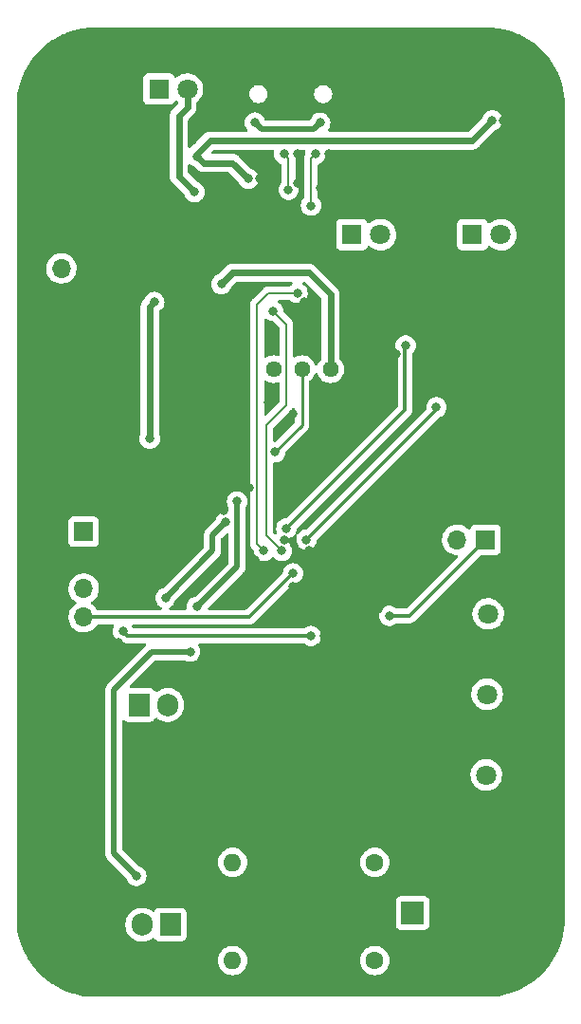
<source format=gbr>
%TF.GenerationSoftware,KiCad,Pcbnew,(6.0.11)*%
%TF.CreationDate,2023-07-13T20:03:18-03:00*%
%TF.ProjectId,Open-Tens,4f70656e-2d54-4656-9e73-2e6b69636164,rev?*%
%TF.SameCoordinates,Original*%
%TF.FileFunction,Copper,L2,Bot*%
%TF.FilePolarity,Positive*%
%FSLAX46Y46*%
G04 Gerber Fmt 4.6, Leading zero omitted, Abs format (unit mm)*
G04 Created by KiCad (PCBNEW (6.0.11)) date 2023-07-13 20:03:18*
%MOMM*%
%LPD*%
G01*
G04 APERTURE LIST*
%TA.AperFunction,ComponentPad*%
%ADD10C,1.600000*%
%TD*%
%TA.AperFunction,ComponentPad*%
%ADD11O,1.600000X1.600000*%
%TD*%
%TA.AperFunction,ComponentPad*%
%ADD12R,1.700000X1.700000*%
%TD*%
%TA.AperFunction,ComponentPad*%
%ADD13O,1.700000X1.700000*%
%TD*%
%TA.AperFunction,ComponentPad*%
%ADD14C,1.440000*%
%TD*%
%TA.AperFunction,ComponentPad*%
%ADD15R,1.905000X2.000000*%
%TD*%
%TA.AperFunction,ComponentPad*%
%ADD16O,1.905000X2.000000*%
%TD*%
%TA.AperFunction,ComponentPad*%
%ADD17O,0.900000X2.000000*%
%TD*%
%TA.AperFunction,ComponentPad*%
%ADD18O,0.900000X1.700000*%
%TD*%
%TA.AperFunction,ComponentPad*%
%ADD19R,1.800000X1.800000*%
%TD*%
%TA.AperFunction,ComponentPad*%
%ADD20C,1.800000*%
%TD*%
%TA.AperFunction,ComponentPad*%
%ADD21R,2.000000X2.000000*%
%TD*%
%TA.AperFunction,ComponentPad*%
%ADD22C,2.000000*%
%TD*%
%TA.AperFunction,ViaPad*%
%ADD23C,0.800000*%
%TD*%
%TA.AperFunction,Conductor*%
%ADD24C,0.200000*%
%TD*%
%TA.AperFunction,Conductor*%
%ADD25C,0.250000*%
%TD*%
%TA.AperFunction,Conductor*%
%ADD26C,0.600000*%
%TD*%
%TA.AperFunction,Conductor*%
%ADD27C,0.300000*%
%TD*%
%TA.AperFunction,Conductor*%
%ADD28C,0.500000*%
%TD*%
G04 APERTURE END LIST*
D10*
%TO.P,J4,1,Pin_1*%
%TO.N,PIN+*%
X162300000Y-140950000D03*
D11*
%TO.P,J4,2,Pin_2*%
%TO.N,PIN-*%
X149600000Y-140950000D03*
%TD*%
D12*
%TO.P,JP1,1,A*%
%TO.N,/BOOT0*%
X172200000Y-103400000D03*
D13*
%TO.P,JP1,2,B*%
%TO.N,+3.3V*%
X169660000Y-103400000D03*
%TD*%
D14*
%TO.P,RV1,1,1*%
%TO.N,+3.3V*%
X158350000Y-88200000D03*
%TO.P,RV1,2,2*%
%TO.N,SELECTION*%
X155810000Y-88200000D03*
%TO.P,RV1,3,3*%
%TO.N,Net-(R10-Pad2)*%
X153270000Y-88200000D03*
%TD*%
D10*
%TO.P,R12,1*%
%TO.N,PIN+*%
X162300000Y-132200000D03*
D11*
%TO.P,R12,2*%
%TO.N,PIN-*%
X149600000Y-132200000D03*
%TD*%
D15*
%TO.P,Q2,1,G*%
%TO.N,Net-(Q2-Pad1)*%
X144037258Y-137755000D03*
D16*
%TO.P,Q2,2,D*%
%TO.N,PIN-*%
X141497258Y-137755000D03*
%TO.P,Q2,3,S*%
%TO.N,GND*%
X138957258Y-137755000D03*
%TD*%
D15*
%TO.P,Q1,1,G*%
%TO.N,Net-(Q1-Pad1)*%
X141260000Y-118145000D03*
D16*
%TO.P,Q1,2,D*%
%TO.N,Net-(D1-Pad1)*%
X143800000Y-118145000D03*
%TO.P,Q1,3,S*%
%TO.N,GND*%
X146340000Y-118145000D03*
%TD*%
D12*
%TO.P,J3,1,Pin_1*%
%TO.N,+3.3V*%
X136300000Y-102700000D03*
D13*
%TO.P,J3,2,Pin_2*%
%TO.N,GND*%
X136300000Y-105240000D03*
%TO.P,J3,3,Pin_3*%
%TO.N,SWCLK*%
X136300000Y-107780000D03*
%TO.P,J3,4,Pin_4*%
%TO.N,SWDIO*%
X136300000Y-110320000D03*
%TD*%
D17*
%TO.P,J2,S1,SHELL_GND*%
%TO.N,GND*%
X159120000Y-64130000D03*
D18*
X159120000Y-59960000D03*
D17*
X150480000Y-64130000D03*
D18*
X150480000Y-59960000D03*
%TD*%
D12*
%TO.P,J1,1,Pin_1*%
%TO.N,GND*%
X134300000Y-76660000D03*
D13*
%TO.P,J1,2,Pin_2*%
%TO.N,Net-(F2-Pad1)*%
X134300000Y-79200000D03*
%TD*%
D19*
%TO.P,D9,1,K*%
%TO.N,GND*%
X169892500Y-110020000D03*
D20*
%TO.P,D9,2,A*%
%TO.N,Net-(D9-Pad2)*%
X172432500Y-110020000D03*
%TD*%
D19*
%TO.P,D8,1,K*%
%TO.N,GND*%
X169800000Y-117200000D03*
D20*
%TO.P,D8,2,A*%
%TO.N,Net-(D8-Pad2)*%
X172340000Y-117200000D03*
%TD*%
%TO.P,D7,2,A*%
%TO.N,Net-(D7-Pad2)*%
X172260000Y-124400000D03*
D19*
%TO.P,D7,1,K*%
%TO.N,GND*%
X169720000Y-124400000D03*
%TD*%
%TO.P,D5,1,K*%
%TO.N,Net-(D5-Pad1)*%
X143025000Y-63200000D03*
D20*
%TO.P,D5,2,A*%
%TO.N,+3.3V*%
X145565000Y-63200000D03*
%TD*%
D19*
%TO.P,D3,1,K*%
%TO.N,Net-(D3-Pad1)*%
X160260000Y-76200000D03*
D20*
%TO.P,D3,2,A*%
%TO.N,Net-(D3-Pad2)*%
X162800000Y-76200000D03*
%TD*%
D19*
%TO.P,D2,1,K*%
%TO.N,Net-(D2-Pad1)*%
X171025000Y-76200000D03*
D20*
%TO.P,D2,2,A*%
%TO.N,Net-(D2-Pad2)*%
X173565000Y-76200000D03*
%TD*%
D21*
%TO.P,C3,1*%
%TO.N,Net-(C3-Pad1)*%
X165682323Y-136700000D03*
D22*
%TO.P,C3,2*%
%TO.N,GND*%
X173182323Y-136700000D03*
%TD*%
D23*
%TO.N,GND*%
X149400000Y-108800000D03*
X156000000Y-121800000D03*
X156000000Y-117600000D03*
X137600000Y-128800000D03*
X137600000Y-127600000D03*
X137600000Y-126400000D03*
X141000000Y-128800000D03*
X141000000Y-127600000D03*
X141000000Y-126400000D03*
X173004988Y-81044444D03*
X161400000Y-91400000D03*
X161200000Y-64200000D03*
X154800000Y-61600000D03*
X146600000Y-84400000D03*
X153200000Y-86000000D03*
X155000000Y-92200000D03*
X152800000Y-91200000D03*
X156400000Y-95800000D03*
X134200000Y-124000000D03*
X134200000Y-120000000D03*
X134400000Y-116800000D03*
X176800000Y-124600000D03*
X177000000Y-117600000D03*
X177000000Y-110000000D03*
X171400000Y-86800000D03*
X169000000Y-80800000D03*
X166600000Y-71600000D03*
X152800000Y-76600000D03*
X148200000Y-71200000D03*
X140800000Y-82400000D03*
X175000000Y-130400000D03*
X157000000Y-90800000D03*
X156400000Y-86000000D03*
X163400000Y-101600000D03*
X167200000Y-100600000D03*
X170000000Y-96400000D03*
%TO.N,SELECTION*%
X153400000Y-95600000D03*
%TO.N,GND*%
X151600000Y-105200000D03*
X158200000Y-69000000D03*
X155400000Y-69000000D03*
X155400000Y-71600000D03*
%TO.N,USB_D-*%
X157000000Y-69000000D03*
%TO.N,USB_D+*%
X154200000Y-69000000D03*
X154600000Y-72200000D03*
%TO.N,GND*%
X157400000Y-72000000D03*
%TO.N,USB_D-*%
X156600000Y-73600000D03*
%TO.N,GND*%
X156000000Y-82200000D03*
X150600000Y-82400000D03*
%TO.N,USB_D+*%
X153200000Y-83000000D03*
%TO.N,USB_D-*%
X155400000Y-81400000D03*
%TO.N,USB_D+*%
X154000000Y-104400000D03*
%TO.N,USB_D-*%
X152400000Y-104400000D03*
%TO.N,GND*%
X150600000Y-97600000D03*
X149400000Y-93200000D03*
X141400000Y-132000000D03*
%TO.N,FREQ_CTRL*%
X141000000Y-133400000D03*
X145800000Y-113400000D03*
%TO.N,GND*%
X146000000Y-108200000D03*
X143000000Y-106800000D03*
%TO.N,FREQ_CTRL*%
X146400000Y-109400000D03*
%TO.N,AMP_CTRL*%
X143600000Y-108600000D03*
%TO.N,GND*%
X148800000Y-100800000D03*
X151100500Y-98800000D03*
%TO.N,FREQ_CTRL*%
X150000000Y-100000000D03*
%TO.N,AMP_CTRL*%
X149000000Y-101800000D03*
%TO.N,GND*%
X139400000Y-112600000D03*
%TO.N,SWCLK*%
X139800000Y-111600000D03*
%TO.N,GND*%
X157800000Y-112000000D03*
%TO.N,SWCLK*%
X156600000Y-112000000D03*
%TO.N,GND*%
X155000000Y-107600000D03*
%TO.N,SWDIO*%
X155000000Y-106400000D03*
%TO.N,GND*%
X156400000Y-104400000D03*
X154200000Y-103400000D03*
X164200000Y-86800000D03*
%TO.N,PIN_BOT*%
X165059681Y-86079292D03*
X154400000Y-102400000D03*
%TO.N,GND*%
X162600000Y-109600000D03*
%TO.N,/BOOT0*%
X163600000Y-110200000D03*
%TO.N,+3.3V*%
X146200000Y-72400000D03*
X148600000Y-80600000D03*
%TO.N,VCC*%
X151000000Y-71200000D03*
%TO.N,GND*%
X173800000Y-66000000D03*
%TO.N,VCC*%
X172800000Y-66000000D03*
%TO.N,GND*%
X146000000Y-67800000D03*
X152000000Y-71200000D03*
%TO.N,VCC*%
X146400000Y-69200000D03*
%TO.N,+BATT*%
X142600000Y-82200000D03*
X142200000Y-94400000D03*
%TO.N,RESET*%
X167800000Y-91600000D03*
X156200000Y-103400000D03*
%TO.N,Net-(F1-Pad1)*%
X157414123Y-66223139D03*
X151600000Y-66200000D03*
%TD*%
D24*
%TO.N,USB_D+*%
X154400000Y-91400000D02*
X154400000Y-84200000D01*
X152600000Y-103000000D02*
X152600000Y-93200000D01*
X154000000Y-104400000D02*
X152600000Y-103000000D01*
X152600000Y-93200000D02*
X154400000Y-91400000D01*
X154400000Y-84200000D02*
X153200000Y-83000000D01*
D25*
%TO.N,SELECTION*%
X155810000Y-93190000D02*
X155810000Y-88200000D01*
X153400000Y-95600000D02*
X155810000Y-93190000D01*
D24*
%TO.N,USB_D-*%
X156600000Y-69400000D02*
X157000000Y-69000000D01*
X156600000Y-73600000D02*
X156600000Y-69400000D01*
%TO.N,USB_D+*%
X154600000Y-69400000D02*
X154200000Y-69000000D01*
X154600000Y-72200000D02*
X154600000Y-69400000D01*
%TO.N,USB_D-*%
X152799294Y-81400000D02*
X151800000Y-82399294D01*
X155400000Y-81400000D02*
X152799294Y-81400000D01*
X151800000Y-82399294D02*
X151800000Y-103800000D01*
X151800000Y-103800000D02*
X152400000Y-104400000D01*
D26*
%TO.N,VCC*%
X146400000Y-69000000D02*
X146400000Y-69200000D01*
X147600000Y-67800000D02*
X146400000Y-69000000D01*
X171000000Y-67800000D02*
X147600000Y-67800000D01*
X172800000Y-66000000D02*
X171000000Y-67800000D01*
%TO.N,+3.3V*%
X149600000Y-79600000D02*
X148600000Y-80600000D01*
X158350000Y-81550000D02*
X156400000Y-79600000D01*
X158350000Y-88200000D02*
X158350000Y-81550000D01*
X156400000Y-79600000D02*
X149600000Y-79600000D01*
D27*
%TO.N,SWDIO*%
X151080000Y-110320000D02*
X136300000Y-110320000D01*
X155000000Y-106400000D02*
X151080000Y-110320000D01*
D28*
%TO.N,FREQ_CTRL*%
X139000000Y-131400000D02*
X141000000Y-133400000D01*
X139000000Y-116800000D02*
X139000000Y-131400000D01*
X145800000Y-113400000D02*
X142400000Y-113400000D01*
X142400000Y-113400000D02*
X139000000Y-116800000D01*
%TO.N,AMP_CTRL*%
X147800000Y-103000000D02*
X149000000Y-101800000D01*
X147800000Y-104400000D02*
X147800000Y-103000000D01*
X143600000Y-108600000D02*
X147800000Y-104400000D01*
%TO.N,FREQ_CTRL*%
X150000000Y-105800000D02*
X146400000Y-109400000D01*
X150000000Y-100000000D02*
X150000000Y-105800000D01*
D27*
%TO.N,SWCLK*%
X140200000Y-112000000D02*
X139800000Y-111600000D01*
X156600000Y-112000000D02*
X140200000Y-112000000D01*
%TO.N,PIN_BOT*%
X165000000Y-86138973D02*
X165059681Y-86079292D01*
X165000000Y-91800000D02*
X165000000Y-86138973D01*
X154400000Y-102400000D02*
X165000000Y-91800000D01*
%TO.N,RESET*%
X167800000Y-91800000D02*
X156200000Y-103400000D01*
X167800000Y-91600000D02*
X167800000Y-91800000D01*
%TO.N,/BOOT0*%
X165400000Y-110200000D02*
X172200000Y-103400000D01*
X163600000Y-110200000D02*
X165400000Y-110200000D01*
D26*
%TO.N,+3.3V*%
X145565000Y-64835000D02*
X145565000Y-63200000D01*
X144800000Y-65600000D02*
X145565000Y-64835000D01*
X144800000Y-71000000D02*
X144800000Y-65600000D01*
X146200000Y-72400000D02*
X144800000Y-71000000D01*
%TO.N,VCC*%
X147000000Y-69800000D02*
X149600000Y-69800000D01*
X146400000Y-69200000D02*
X147000000Y-69800000D01*
X151000000Y-71200000D02*
X149600000Y-69800000D01*
%TO.N,+BATT*%
X142200000Y-82600000D02*
X142600000Y-82200000D01*
X142200000Y-94400000D02*
X142200000Y-82600000D01*
D28*
%TO.N,Net-(F1-Pad1)*%
X152200000Y-66800000D02*
X156837262Y-66800000D01*
X156837262Y-66800000D02*
X157414123Y-66223139D01*
X151600000Y-66200000D02*
X152200000Y-66800000D01*
%TD*%
%TA.AperFunction,Conductor*%
%TO.N,GND*%
G36*
X172270018Y-57710000D02*
G01*
X172284852Y-57712310D01*
X172284855Y-57712310D01*
X172293724Y-57713691D01*
X172302627Y-57712527D01*
X172302629Y-57712527D01*
X172315879Y-57710795D01*
X172336709Y-57709812D01*
X172794275Y-57726154D01*
X172803246Y-57726796D01*
X173290518Y-57779182D01*
X173299422Y-57780462D01*
X173540572Y-57823970D01*
X173781725Y-57867480D01*
X173790509Y-57869391D01*
X174265378Y-57990593D01*
X174273998Y-57993125D01*
X174739020Y-58147898D01*
X174747424Y-58151033D01*
X175051852Y-58277131D01*
X175200221Y-58338588D01*
X175208403Y-58342325D01*
X175646640Y-58561690D01*
X175654534Y-58566000D01*
X176076019Y-58816080D01*
X176083586Y-58820943D01*
X176486155Y-59100451D01*
X176493355Y-59105841D01*
X176874951Y-59413350D01*
X176881749Y-59419240D01*
X177240443Y-59753197D01*
X177246803Y-59759557D01*
X177580760Y-60118251D01*
X177586650Y-60125049D01*
X177894159Y-60506645D01*
X177899549Y-60513845D01*
X178179057Y-60916414D01*
X178183920Y-60923981D01*
X178434000Y-61345466D01*
X178438310Y-61353360D01*
X178657675Y-61791597D01*
X178661412Y-61799779D01*
X178680654Y-61846233D01*
X178826171Y-62197540D01*
X178848963Y-62252565D01*
X178852102Y-62260980D01*
X179006874Y-62725997D01*
X179009407Y-62734622D01*
X179112920Y-63140185D01*
X179130609Y-63209489D01*
X179132521Y-63218278D01*
X179219538Y-63700578D01*
X179220818Y-63709482D01*
X179273204Y-64196754D01*
X179273846Y-64205725D01*
X179289920Y-64655769D01*
X179288500Y-64679649D01*
X179287690Y-64684848D01*
X179287690Y-64684855D01*
X179286309Y-64693724D01*
X179287473Y-64702626D01*
X179287473Y-64702628D01*
X179290436Y-64725283D01*
X179291500Y-64741621D01*
X179291500Y-137150633D01*
X179290000Y-137170018D01*
X179286309Y-137193724D01*
X179287473Y-137202627D01*
X179287473Y-137202629D01*
X179289205Y-137215879D01*
X179290188Y-137236709D01*
X179273846Y-137694275D01*
X179273204Y-137703246D01*
X179220818Y-138190518D01*
X179219538Y-138199422D01*
X179132521Y-138681722D01*
X179130609Y-138690509D01*
X179016605Y-139137177D01*
X179009408Y-139165373D01*
X179006875Y-139173998D01*
X178852781Y-139636981D01*
X178852106Y-139639008D01*
X178848967Y-139647424D01*
X178780600Y-139812477D01*
X178661412Y-140100221D01*
X178657675Y-140108403D01*
X178438310Y-140546640D01*
X178434000Y-140554534D01*
X178183920Y-140976019D01*
X178179057Y-140983586D01*
X177899549Y-141386155D01*
X177894159Y-141393355D01*
X177586650Y-141774951D01*
X177580760Y-141781749D01*
X177246803Y-142140443D01*
X177240443Y-142146803D01*
X176881749Y-142480760D01*
X176874951Y-142486650D01*
X176493355Y-142794159D01*
X176486155Y-142799549D01*
X176083586Y-143079057D01*
X176076019Y-143083920D01*
X175654534Y-143334000D01*
X175646640Y-143338310D01*
X175208403Y-143557675D01*
X175200221Y-143561412D01*
X175051852Y-143622869D01*
X174747424Y-143748967D01*
X174739020Y-143752102D01*
X174273998Y-143906875D01*
X174265378Y-143909407D01*
X173790511Y-144030609D01*
X173781725Y-144032520D01*
X173703638Y-144046609D01*
X173299422Y-144119538D01*
X173290518Y-144120818D01*
X172803246Y-144173204D01*
X172794275Y-144173846D01*
X172344231Y-144189920D01*
X172320351Y-144188500D01*
X172315152Y-144187690D01*
X172315145Y-144187690D01*
X172306276Y-144186309D01*
X172297374Y-144187473D01*
X172297372Y-144187473D01*
X172284129Y-144189205D01*
X172274714Y-144190436D01*
X172258379Y-144191500D01*
X137349367Y-144191500D01*
X137329982Y-144190000D01*
X137315148Y-144187690D01*
X137315145Y-144187690D01*
X137306276Y-144186309D01*
X137297373Y-144187473D01*
X137297371Y-144187473D01*
X137284121Y-144189205D01*
X137263291Y-144190188D01*
X136805725Y-144173846D01*
X136796754Y-144173204D01*
X136309482Y-144120818D01*
X136300578Y-144119538D01*
X135896362Y-144046609D01*
X135818275Y-144032520D01*
X135809489Y-144030609D01*
X135334622Y-143909407D01*
X135326002Y-143906875D01*
X134860980Y-143752102D01*
X134852576Y-143748967D01*
X134548148Y-143622869D01*
X134399779Y-143561412D01*
X134391597Y-143557675D01*
X133953360Y-143338310D01*
X133945466Y-143334000D01*
X133523981Y-143083920D01*
X133516414Y-143079057D01*
X133113845Y-142799549D01*
X133106645Y-142794159D01*
X132725049Y-142486650D01*
X132718251Y-142480760D01*
X132359557Y-142146803D01*
X132353197Y-142140443D01*
X132019240Y-141781749D01*
X132013350Y-141774951D01*
X131705841Y-141393355D01*
X131700451Y-141386155D01*
X131420943Y-140983586D01*
X131416080Y-140976019D01*
X131400642Y-140950000D01*
X148286502Y-140950000D01*
X148306457Y-141178087D01*
X148307881Y-141183400D01*
X148307881Y-141183402D01*
X148356143Y-141363515D01*
X148365716Y-141399243D01*
X148368039Y-141404224D01*
X148368039Y-141404225D01*
X148460151Y-141601762D01*
X148460154Y-141601767D01*
X148462477Y-141606749D01*
X148465634Y-141611257D01*
X148585014Y-141781749D01*
X148593802Y-141794300D01*
X148755700Y-141956198D01*
X148760208Y-141959355D01*
X148760211Y-141959357D01*
X148838389Y-142014098D01*
X148943251Y-142087523D01*
X148948233Y-142089846D01*
X148948238Y-142089849D01*
X149070378Y-142146803D01*
X149150757Y-142184284D01*
X149156065Y-142185706D01*
X149156067Y-142185707D01*
X149366598Y-142242119D01*
X149366600Y-142242119D01*
X149371913Y-142243543D01*
X149600000Y-142263498D01*
X149828087Y-142243543D01*
X149833400Y-142242119D01*
X149833402Y-142242119D01*
X150043933Y-142185707D01*
X150043935Y-142185706D01*
X150049243Y-142184284D01*
X150129622Y-142146803D01*
X150251762Y-142089849D01*
X150251767Y-142089846D01*
X150256749Y-142087523D01*
X150361611Y-142014098D01*
X150439789Y-141959357D01*
X150439792Y-141959355D01*
X150444300Y-141956198D01*
X150606198Y-141794300D01*
X150614987Y-141781749D01*
X150734366Y-141611257D01*
X150737523Y-141606749D01*
X150739846Y-141601767D01*
X150739849Y-141601762D01*
X150831961Y-141404225D01*
X150831961Y-141404224D01*
X150834284Y-141399243D01*
X150843858Y-141363515D01*
X150892119Y-141183402D01*
X150892119Y-141183400D01*
X150893543Y-141178087D01*
X150913498Y-140950000D01*
X160986502Y-140950000D01*
X161006457Y-141178087D01*
X161007881Y-141183400D01*
X161007881Y-141183402D01*
X161056143Y-141363515D01*
X161065716Y-141399243D01*
X161068039Y-141404224D01*
X161068039Y-141404225D01*
X161160151Y-141601762D01*
X161160154Y-141601767D01*
X161162477Y-141606749D01*
X161165634Y-141611257D01*
X161285014Y-141781749D01*
X161293802Y-141794300D01*
X161455700Y-141956198D01*
X161460208Y-141959355D01*
X161460211Y-141959357D01*
X161538389Y-142014098D01*
X161643251Y-142087523D01*
X161648233Y-142089846D01*
X161648238Y-142089849D01*
X161770378Y-142146803D01*
X161850757Y-142184284D01*
X161856065Y-142185706D01*
X161856067Y-142185707D01*
X162066598Y-142242119D01*
X162066600Y-142242119D01*
X162071913Y-142243543D01*
X162300000Y-142263498D01*
X162528087Y-142243543D01*
X162533400Y-142242119D01*
X162533402Y-142242119D01*
X162743933Y-142185707D01*
X162743935Y-142185706D01*
X162749243Y-142184284D01*
X162829622Y-142146803D01*
X162951762Y-142089849D01*
X162951767Y-142089846D01*
X162956749Y-142087523D01*
X163061611Y-142014098D01*
X163139789Y-141959357D01*
X163139792Y-141959355D01*
X163144300Y-141956198D01*
X163306198Y-141794300D01*
X163314987Y-141781749D01*
X163434366Y-141611257D01*
X163437523Y-141606749D01*
X163439846Y-141601767D01*
X163439849Y-141601762D01*
X163531961Y-141404225D01*
X163531961Y-141404224D01*
X163534284Y-141399243D01*
X163543858Y-141363515D01*
X163592119Y-141183402D01*
X163592119Y-141183400D01*
X163593543Y-141178087D01*
X163613498Y-140950000D01*
X163593543Y-140721913D01*
X163547658Y-140550669D01*
X163535707Y-140506067D01*
X163535706Y-140506065D01*
X163534284Y-140500757D01*
X163483783Y-140392456D01*
X163439849Y-140298238D01*
X163439846Y-140298233D01*
X163437523Y-140293251D01*
X163306198Y-140105700D01*
X163144300Y-139943802D01*
X163139792Y-139940645D01*
X163139789Y-139940643D01*
X163058106Y-139883448D01*
X162956749Y-139812477D01*
X162951767Y-139810154D01*
X162951762Y-139810151D01*
X162754225Y-139718039D01*
X162754224Y-139718039D01*
X162749243Y-139715716D01*
X162743935Y-139714294D01*
X162743933Y-139714293D01*
X162533402Y-139657881D01*
X162533400Y-139657881D01*
X162528087Y-139656457D01*
X162300000Y-139636502D01*
X162071913Y-139656457D01*
X162066600Y-139657881D01*
X162066598Y-139657881D01*
X161856067Y-139714293D01*
X161856065Y-139714294D01*
X161850757Y-139715716D01*
X161845776Y-139718039D01*
X161845775Y-139718039D01*
X161648238Y-139810151D01*
X161648233Y-139810154D01*
X161643251Y-139812477D01*
X161541894Y-139883448D01*
X161460211Y-139940643D01*
X161460208Y-139940645D01*
X161455700Y-139943802D01*
X161293802Y-140105700D01*
X161162477Y-140293251D01*
X161160154Y-140298233D01*
X161160151Y-140298238D01*
X161116217Y-140392456D01*
X161065716Y-140500757D01*
X161064294Y-140506065D01*
X161064293Y-140506067D01*
X161052342Y-140550669D01*
X161006457Y-140721913D01*
X160986502Y-140950000D01*
X150913498Y-140950000D01*
X150893543Y-140721913D01*
X150847658Y-140550669D01*
X150835707Y-140506067D01*
X150835706Y-140506065D01*
X150834284Y-140500757D01*
X150783783Y-140392456D01*
X150739849Y-140298238D01*
X150739846Y-140298233D01*
X150737523Y-140293251D01*
X150606198Y-140105700D01*
X150444300Y-139943802D01*
X150439792Y-139940645D01*
X150439789Y-139940643D01*
X150358106Y-139883448D01*
X150256749Y-139812477D01*
X150251767Y-139810154D01*
X150251762Y-139810151D01*
X150054225Y-139718039D01*
X150054224Y-139718039D01*
X150049243Y-139715716D01*
X150043935Y-139714294D01*
X150043933Y-139714293D01*
X149833402Y-139657881D01*
X149833400Y-139657881D01*
X149828087Y-139656457D01*
X149600000Y-139636502D01*
X149371913Y-139656457D01*
X149366600Y-139657881D01*
X149366598Y-139657881D01*
X149156067Y-139714293D01*
X149156065Y-139714294D01*
X149150757Y-139715716D01*
X149145776Y-139718039D01*
X149145775Y-139718039D01*
X148948238Y-139810151D01*
X148948233Y-139810154D01*
X148943251Y-139812477D01*
X148841894Y-139883448D01*
X148760211Y-139940643D01*
X148760208Y-139940645D01*
X148755700Y-139943802D01*
X148593802Y-140105700D01*
X148462477Y-140293251D01*
X148460154Y-140298233D01*
X148460151Y-140298238D01*
X148416217Y-140392456D01*
X148365716Y-140500757D01*
X148364294Y-140506065D01*
X148364293Y-140506067D01*
X148352342Y-140550669D01*
X148306457Y-140721913D01*
X148286502Y-140950000D01*
X131400642Y-140950000D01*
X131166000Y-140554534D01*
X131161690Y-140546640D01*
X130942325Y-140108403D01*
X130938588Y-140100221D01*
X130819400Y-139812477D01*
X130751033Y-139647424D01*
X130747894Y-139639008D01*
X130747220Y-139636981D01*
X130593125Y-139173998D01*
X130590592Y-139165373D01*
X130583396Y-139137177D01*
X130469391Y-138690509D01*
X130467479Y-138681722D01*
X130380462Y-138199422D01*
X130379182Y-138190518D01*
X130344014Y-137863402D01*
X140036258Y-137863402D01*
X140050936Y-138041937D01*
X140109464Y-138274944D01*
X140205261Y-138495263D01*
X140290143Y-138626470D01*
X140328752Y-138686150D01*
X140335756Y-138696977D01*
X140497444Y-138874670D01*
X140527969Y-138898777D01*
X140681928Y-139020367D01*
X140681933Y-139020370D01*
X140685982Y-139023568D01*
X140690498Y-139026061D01*
X140690501Y-139026063D01*
X140891784Y-139137177D01*
X140891788Y-139137179D01*
X140896308Y-139139674D01*
X140901177Y-139141398D01*
X140901181Y-139141400D01*
X141117898Y-139218144D01*
X141117902Y-139218145D01*
X141122773Y-139219870D01*
X141127866Y-139220777D01*
X141127869Y-139220778D01*
X141354206Y-139261095D01*
X141354212Y-139261096D01*
X141359295Y-139262001D01*
X141446658Y-139263068D01*
X141594351Y-139264873D01*
X141594353Y-139264873D01*
X141599521Y-139264936D01*
X141837002Y-139228596D01*
X141949255Y-139191906D01*
X142060441Y-139155566D01*
X142060447Y-139155563D01*
X142065359Y-139153958D01*
X142069945Y-139151571D01*
X142069949Y-139151569D01*
X142273865Y-139045416D01*
X142278458Y-139043025D01*
X142433541Y-138926585D01*
X142500023Y-138901680D01*
X142569419Y-138916672D01*
X142619693Y-138966802D01*
X142627173Y-138983115D01*
X142630989Y-138993293D01*
X142634143Y-139001705D01*
X142721497Y-139118261D01*
X142838053Y-139205615D01*
X142974442Y-139256745D01*
X143036624Y-139263500D01*
X145037892Y-139263500D01*
X145100074Y-139256745D01*
X145236463Y-139205615D01*
X145353019Y-139118261D01*
X145440373Y-139001705D01*
X145491503Y-138865316D01*
X145498258Y-138803134D01*
X145498258Y-137748134D01*
X164173823Y-137748134D01*
X164180578Y-137810316D01*
X164231708Y-137946705D01*
X164319062Y-138063261D01*
X164435618Y-138150615D01*
X164572007Y-138201745D01*
X164634189Y-138208500D01*
X166730457Y-138208500D01*
X166792639Y-138201745D01*
X166929028Y-138150615D01*
X167045584Y-138063261D01*
X167132938Y-137946705D01*
X167184068Y-137810316D01*
X167190823Y-137748134D01*
X167190823Y-135651866D01*
X167184068Y-135589684D01*
X167132938Y-135453295D01*
X167045584Y-135336739D01*
X166929028Y-135249385D01*
X166792639Y-135198255D01*
X166730457Y-135191500D01*
X164634189Y-135191500D01*
X164572007Y-135198255D01*
X164435618Y-135249385D01*
X164319062Y-135336739D01*
X164231708Y-135453295D01*
X164180578Y-135589684D01*
X164173823Y-135651866D01*
X164173823Y-137748134D01*
X145498258Y-137748134D01*
X145498258Y-136706866D01*
X145491503Y-136644684D01*
X145440373Y-136508295D01*
X145353019Y-136391739D01*
X145236463Y-136304385D01*
X145100074Y-136253255D01*
X145037892Y-136246500D01*
X143036624Y-136246500D01*
X142974442Y-136253255D01*
X142838053Y-136304385D01*
X142721497Y-136391739D01*
X142634143Y-136508295D01*
X142626685Y-136528189D01*
X142584045Y-136584953D01*
X142517484Y-136609654D01*
X142448135Y-136594447D01*
X142430611Y-136582842D01*
X142312588Y-136489633D01*
X142312583Y-136489630D01*
X142308534Y-136486432D01*
X142304018Y-136483939D01*
X142304015Y-136483937D01*
X142102732Y-136372823D01*
X142102728Y-136372821D01*
X142098208Y-136370326D01*
X142093339Y-136368602D01*
X142093335Y-136368600D01*
X141876618Y-136291856D01*
X141876614Y-136291855D01*
X141871743Y-136290130D01*
X141866650Y-136289223D01*
X141866647Y-136289222D01*
X141640310Y-136248905D01*
X141640304Y-136248904D01*
X141635221Y-136247999D01*
X141542732Y-136246869D01*
X141400165Y-136245127D01*
X141400163Y-136245127D01*
X141394995Y-136245064D01*
X141157514Y-136281404D01*
X141045261Y-136318094D01*
X140934075Y-136354434D01*
X140934069Y-136354437D01*
X140929157Y-136356042D01*
X140924571Y-136358429D01*
X140924567Y-136358431D01*
X140720651Y-136464584D01*
X140716058Y-136466975D01*
X140523938Y-136611223D01*
X140357957Y-136784912D01*
X140222572Y-136983378D01*
X140220398Y-136988061D01*
X140220396Y-136988065D01*
X140123600Y-137196595D01*
X140121421Y-137201290D01*
X140057218Y-137432798D01*
X140036258Y-137628928D01*
X140036258Y-137863402D01*
X130344014Y-137863402D01*
X130326796Y-137703246D01*
X130326154Y-137694275D01*
X130310216Y-137248025D01*
X130311881Y-137222632D01*
X130312768Y-137217355D01*
X130313576Y-137212552D01*
X130313729Y-137200000D01*
X130309773Y-137172376D01*
X130308500Y-137154514D01*
X130308500Y-110286695D01*
X134937251Y-110286695D01*
X134937548Y-110291848D01*
X134937548Y-110291851D01*
X134939380Y-110323617D01*
X134950110Y-110509715D01*
X134951247Y-110514761D01*
X134951248Y-110514767D01*
X134965336Y-110577279D01*
X134999222Y-110727639D01*
X135052133Y-110857945D01*
X135076612Y-110918228D01*
X135083266Y-110934616D01*
X135101196Y-110963875D01*
X135155296Y-111052158D01*
X135199987Y-111125088D01*
X135346250Y-111293938D01*
X135475154Y-111400956D01*
X135512393Y-111431872D01*
X135518126Y-111436632D01*
X135711000Y-111549338D01*
X135919692Y-111629030D01*
X135924760Y-111630061D01*
X135924763Y-111630062D01*
X136032017Y-111651883D01*
X136138597Y-111673567D01*
X136143772Y-111673757D01*
X136143774Y-111673757D01*
X136356673Y-111681564D01*
X136356677Y-111681564D01*
X136361837Y-111681753D01*
X136366957Y-111681097D01*
X136366959Y-111681097D01*
X136578288Y-111654025D01*
X136578289Y-111654025D01*
X136583416Y-111653368D01*
X136645543Y-111634729D01*
X136792429Y-111590661D01*
X136792434Y-111590659D01*
X136797384Y-111589174D01*
X136997994Y-111490896D01*
X137179860Y-111361173D01*
X137203748Y-111337369D01*
X137305208Y-111236262D01*
X137338096Y-111203489D01*
X137358981Y-111174425D01*
X137462060Y-111030974D01*
X137518055Y-110987326D01*
X137564383Y-110978500D01*
X138891540Y-110978500D01*
X138959661Y-110998502D01*
X139006154Y-111052158D01*
X139016258Y-111122432D01*
X139000659Y-111167500D01*
X138977775Y-111207137D01*
X138965473Y-111228444D01*
X138906458Y-111410072D01*
X138905768Y-111416633D01*
X138905768Y-111416635D01*
X138904167Y-111431872D01*
X138886496Y-111600000D01*
X138887186Y-111606565D01*
X138895020Y-111681097D01*
X138906458Y-111789928D01*
X138965473Y-111971556D01*
X139060960Y-112136944D01*
X139065378Y-112141851D01*
X139065379Y-112141852D01*
X139108667Y-112189928D01*
X139188747Y-112278866D01*
X139343248Y-112391118D01*
X139349276Y-112393802D01*
X139349278Y-112393803D01*
X139511681Y-112466109D01*
X139517712Y-112468794D01*
X139611113Y-112488647D01*
X139698056Y-112507128D01*
X139698061Y-112507128D01*
X139704513Y-112508500D01*
X139731429Y-112508500D01*
X139805005Y-112532406D01*
X139809867Y-112536972D01*
X139816809Y-112540788D01*
X139816814Y-112540792D01*
X139828655Y-112547301D01*
X139845184Y-112558158D01*
X139855869Y-112566447D01*
X139855871Y-112566448D01*
X139862131Y-112571304D01*
X139904544Y-112589657D01*
X139915181Y-112594868D01*
X139955663Y-112617124D01*
X139963342Y-112619096D01*
X139963343Y-112619096D01*
X139976434Y-112622457D01*
X139995136Y-112628859D01*
X140014823Y-112637379D01*
X140022652Y-112638619D01*
X140060448Y-112644605D01*
X140072074Y-112647013D01*
X140109135Y-112656529D01*
X140109136Y-112656529D01*
X140116812Y-112658500D01*
X140138258Y-112658500D01*
X140157968Y-112660051D01*
X140179151Y-112663406D01*
X140225135Y-112659059D01*
X140236994Y-112658500D01*
X141764629Y-112658500D01*
X141832750Y-112678502D01*
X141879243Y-112732158D01*
X141889347Y-112802432D01*
X141859853Y-112867012D01*
X141853724Y-112873595D01*
X138511089Y-116216230D01*
X138496677Y-116228616D01*
X138485082Y-116237149D01*
X138485077Y-116237154D01*
X138479182Y-116241492D01*
X138474443Y-116247070D01*
X138474440Y-116247073D01*
X138444965Y-116281768D01*
X138438035Y-116289284D01*
X138432340Y-116294979D01*
X138430060Y-116297861D01*
X138414719Y-116317251D01*
X138411928Y-116320655D01*
X138369409Y-116370703D01*
X138364667Y-116376285D01*
X138361339Y-116382801D01*
X138357972Y-116387850D01*
X138354805Y-116392979D01*
X138350266Y-116398716D01*
X138319345Y-116464875D01*
X138317442Y-116468769D01*
X138284231Y-116533808D01*
X138282492Y-116540916D01*
X138280393Y-116546559D01*
X138278476Y-116552322D01*
X138275378Y-116558950D01*
X138273888Y-116566112D01*
X138273888Y-116566113D01*
X138260514Y-116630412D01*
X138259544Y-116634696D01*
X138242192Y-116705610D01*
X138241500Y-116716764D01*
X138241464Y-116716762D01*
X138241225Y-116720755D01*
X138240851Y-116724947D01*
X138239360Y-116732115D01*
X138240123Y-116760326D01*
X138241454Y-116809521D01*
X138241500Y-116812928D01*
X138241500Y-131332930D01*
X138240067Y-131351880D01*
X138238800Y-131360211D01*
X138236801Y-131373349D01*
X138237394Y-131380641D01*
X138237394Y-131380644D01*
X138241085Y-131426018D01*
X138241500Y-131436233D01*
X138241500Y-131444293D01*
X138241925Y-131447937D01*
X138244789Y-131472507D01*
X138245222Y-131476882D01*
X138251140Y-131549637D01*
X138253396Y-131556601D01*
X138254587Y-131562560D01*
X138255971Y-131568415D01*
X138256818Y-131575681D01*
X138281735Y-131644327D01*
X138283152Y-131648455D01*
X138305649Y-131717899D01*
X138309445Y-131724154D01*
X138311951Y-131729628D01*
X138314670Y-131735058D01*
X138317167Y-131741937D01*
X138321180Y-131748057D01*
X138321180Y-131748058D01*
X138357186Y-131802976D01*
X138359523Y-131806680D01*
X138397405Y-131869107D01*
X138401121Y-131873315D01*
X138401122Y-131873316D01*
X138404803Y-131877484D01*
X138404776Y-131877508D01*
X138407429Y-131880500D01*
X138410132Y-131883733D01*
X138414144Y-131889852D01*
X138419456Y-131894884D01*
X138470383Y-131943128D01*
X138472825Y-131945506D01*
X140079875Y-133552556D01*
X140110613Y-133602714D01*
X140165473Y-133771556D01*
X140260960Y-133936944D01*
X140388747Y-134078866D01*
X140543248Y-134191118D01*
X140549276Y-134193802D01*
X140549278Y-134193803D01*
X140711681Y-134266109D01*
X140717712Y-134268794D01*
X140811112Y-134288647D01*
X140898056Y-134307128D01*
X140898061Y-134307128D01*
X140904513Y-134308500D01*
X141095487Y-134308500D01*
X141101939Y-134307128D01*
X141101944Y-134307128D01*
X141188888Y-134288647D01*
X141282288Y-134268794D01*
X141288319Y-134266109D01*
X141450722Y-134193803D01*
X141450724Y-134193802D01*
X141456752Y-134191118D01*
X141611253Y-134078866D01*
X141739040Y-133936944D01*
X141834527Y-133771556D01*
X141893542Y-133589928D01*
X141913504Y-133400000D01*
X141907182Y-133339849D01*
X141894232Y-133216635D01*
X141894232Y-133216633D01*
X141893542Y-133210072D01*
X141834527Y-133028444D01*
X141739040Y-132863056D01*
X141611253Y-132721134D01*
X141456752Y-132608882D01*
X141450724Y-132606198D01*
X141450722Y-132606197D01*
X141288319Y-132533891D01*
X141288318Y-132533891D01*
X141282288Y-132531206D01*
X141275833Y-132529834D01*
X141275824Y-132529831D01*
X141219228Y-132517801D01*
X141156331Y-132483650D01*
X140872681Y-132200000D01*
X148286502Y-132200000D01*
X148306457Y-132428087D01*
X148365716Y-132649243D01*
X148368039Y-132654224D01*
X148368039Y-132654225D01*
X148460151Y-132851762D01*
X148460154Y-132851767D01*
X148462477Y-132856749D01*
X148593802Y-133044300D01*
X148755700Y-133206198D01*
X148760208Y-133209355D01*
X148760211Y-133209357D01*
X148838389Y-133264098D01*
X148943251Y-133337523D01*
X148948233Y-133339846D01*
X148948238Y-133339849D01*
X149063155Y-133393435D01*
X149150757Y-133434284D01*
X149156065Y-133435706D01*
X149156067Y-133435707D01*
X149366598Y-133492119D01*
X149366600Y-133492119D01*
X149371913Y-133493543D01*
X149600000Y-133513498D01*
X149828087Y-133493543D01*
X149833400Y-133492119D01*
X149833402Y-133492119D01*
X150043933Y-133435707D01*
X150043935Y-133435706D01*
X150049243Y-133434284D01*
X150136845Y-133393435D01*
X150251762Y-133339849D01*
X150251767Y-133339846D01*
X150256749Y-133337523D01*
X150361611Y-133264098D01*
X150439789Y-133209357D01*
X150439792Y-133209355D01*
X150444300Y-133206198D01*
X150606198Y-133044300D01*
X150737523Y-132856749D01*
X150739846Y-132851767D01*
X150739849Y-132851762D01*
X150831961Y-132654225D01*
X150831961Y-132654224D01*
X150834284Y-132649243D01*
X150893543Y-132428087D01*
X150913498Y-132200000D01*
X160986502Y-132200000D01*
X161006457Y-132428087D01*
X161065716Y-132649243D01*
X161068039Y-132654224D01*
X161068039Y-132654225D01*
X161160151Y-132851762D01*
X161160154Y-132851767D01*
X161162477Y-132856749D01*
X161293802Y-133044300D01*
X161455700Y-133206198D01*
X161460208Y-133209355D01*
X161460211Y-133209357D01*
X161538389Y-133264098D01*
X161643251Y-133337523D01*
X161648233Y-133339846D01*
X161648238Y-133339849D01*
X161763155Y-133393435D01*
X161850757Y-133434284D01*
X161856065Y-133435706D01*
X161856067Y-133435707D01*
X162066598Y-133492119D01*
X162066600Y-133492119D01*
X162071913Y-133493543D01*
X162300000Y-133513498D01*
X162528087Y-133493543D01*
X162533400Y-133492119D01*
X162533402Y-133492119D01*
X162743933Y-133435707D01*
X162743935Y-133435706D01*
X162749243Y-133434284D01*
X162836845Y-133393435D01*
X162951762Y-133339849D01*
X162951767Y-133339846D01*
X162956749Y-133337523D01*
X163061611Y-133264098D01*
X163139789Y-133209357D01*
X163139792Y-133209355D01*
X163144300Y-133206198D01*
X163306198Y-133044300D01*
X163437523Y-132856749D01*
X163439846Y-132851767D01*
X163439849Y-132851762D01*
X163531961Y-132654225D01*
X163531961Y-132654224D01*
X163534284Y-132649243D01*
X163593543Y-132428087D01*
X163613498Y-132200000D01*
X163593543Y-131971913D01*
X163586467Y-131945506D01*
X163535707Y-131756067D01*
X163535706Y-131756065D01*
X163534284Y-131750757D01*
X163530171Y-131741937D01*
X163439849Y-131548238D01*
X163439846Y-131548233D01*
X163437523Y-131543251D01*
X163306198Y-131355700D01*
X163144300Y-131193802D01*
X163139792Y-131190645D01*
X163139789Y-131190643D01*
X163042790Y-131122724D01*
X162956749Y-131062477D01*
X162951767Y-131060154D01*
X162951762Y-131060151D01*
X162754225Y-130968039D01*
X162754224Y-130968039D01*
X162749243Y-130965716D01*
X162743935Y-130964294D01*
X162743933Y-130964293D01*
X162533402Y-130907881D01*
X162533400Y-130907881D01*
X162528087Y-130906457D01*
X162300000Y-130886502D01*
X162071913Y-130906457D01*
X162066600Y-130907881D01*
X162066598Y-130907881D01*
X161856067Y-130964293D01*
X161856065Y-130964294D01*
X161850757Y-130965716D01*
X161845776Y-130968039D01*
X161845775Y-130968039D01*
X161648238Y-131060151D01*
X161648233Y-131060154D01*
X161643251Y-131062477D01*
X161557210Y-131122724D01*
X161460211Y-131190643D01*
X161460208Y-131190645D01*
X161455700Y-131193802D01*
X161293802Y-131355700D01*
X161162477Y-131543251D01*
X161160154Y-131548233D01*
X161160151Y-131548238D01*
X161069829Y-131741937D01*
X161065716Y-131750757D01*
X161064294Y-131756065D01*
X161064293Y-131756067D01*
X161013533Y-131945506D01*
X161006457Y-131971913D01*
X160986502Y-132200000D01*
X150913498Y-132200000D01*
X150893543Y-131971913D01*
X150886467Y-131945506D01*
X150835707Y-131756067D01*
X150835706Y-131756065D01*
X150834284Y-131750757D01*
X150830171Y-131741937D01*
X150739849Y-131548238D01*
X150739846Y-131548233D01*
X150737523Y-131543251D01*
X150606198Y-131355700D01*
X150444300Y-131193802D01*
X150439792Y-131190645D01*
X150439789Y-131190643D01*
X150342790Y-131122724D01*
X150256749Y-131062477D01*
X150251767Y-131060154D01*
X150251762Y-131060151D01*
X150054225Y-130968039D01*
X150054224Y-130968039D01*
X150049243Y-130965716D01*
X150043935Y-130964294D01*
X150043933Y-130964293D01*
X149833402Y-130907881D01*
X149833400Y-130907881D01*
X149828087Y-130906457D01*
X149600000Y-130886502D01*
X149371913Y-130906457D01*
X149366600Y-130907881D01*
X149366598Y-130907881D01*
X149156067Y-130964293D01*
X149156065Y-130964294D01*
X149150757Y-130965716D01*
X149145776Y-130968039D01*
X149145775Y-130968039D01*
X148948238Y-131060151D01*
X148948233Y-131060154D01*
X148943251Y-131062477D01*
X148857210Y-131122724D01*
X148760211Y-131190643D01*
X148760208Y-131190645D01*
X148755700Y-131193802D01*
X148593802Y-131355700D01*
X148462477Y-131543251D01*
X148460154Y-131548233D01*
X148460151Y-131548238D01*
X148369829Y-131741937D01*
X148365716Y-131750757D01*
X148364294Y-131756065D01*
X148364293Y-131756067D01*
X148313533Y-131945506D01*
X148306457Y-131971913D01*
X148286502Y-132200000D01*
X140872681Y-132200000D01*
X139795405Y-131122724D01*
X139761379Y-131060412D01*
X139758500Y-131033629D01*
X139758500Y-124365469D01*
X170847095Y-124365469D01*
X170847392Y-124370622D01*
X170847392Y-124370625D01*
X170853067Y-124469041D01*
X170860427Y-124596697D01*
X170861564Y-124601743D01*
X170861565Y-124601749D01*
X170893741Y-124744523D01*
X170911346Y-124822642D01*
X170913288Y-124827424D01*
X170913289Y-124827428D01*
X170996540Y-125032450D01*
X170998484Y-125037237D01*
X171119501Y-125234719D01*
X171271147Y-125409784D01*
X171449349Y-125557730D01*
X171649322Y-125674584D01*
X171865694Y-125757209D01*
X171870760Y-125758240D01*
X171870761Y-125758240D01*
X171923846Y-125769040D01*
X172092656Y-125803385D01*
X172223324Y-125808176D01*
X172318949Y-125811683D01*
X172318953Y-125811683D01*
X172324113Y-125811872D01*
X172329233Y-125811216D01*
X172329235Y-125811216D01*
X172402270Y-125801860D01*
X172553847Y-125782442D01*
X172558795Y-125780957D01*
X172558802Y-125780956D01*
X172770747Y-125717369D01*
X172775690Y-125715886D01*
X172856236Y-125676427D01*
X172979049Y-125616262D01*
X172979052Y-125616260D01*
X172983684Y-125613991D01*
X173172243Y-125479494D01*
X173336303Y-125316005D01*
X173471458Y-125127917D01*
X173518641Y-125032450D01*
X173571784Y-124924922D01*
X173571785Y-124924920D01*
X173574078Y-124920280D01*
X173641408Y-124698671D01*
X173671640Y-124469041D01*
X173673327Y-124400000D01*
X173667032Y-124323434D01*
X173654773Y-124174318D01*
X173654772Y-124174312D01*
X173654349Y-124169167D01*
X173597925Y-123944533D01*
X173595866Y-123939797D01*
X173507630Y-123736868D01*
X173507628Y-123736865D01*
X173505570Y-123732131D01*
X173379764Y-123537665D01*
X173223887Y-123366358D01*
X173219836Y-123363159D01*
X173219832Y-123363155D01*
X173046177Y-123226011D01*
X173046172Y-123226008D01*
X173042123Y-123222810D01*
X173037607Y-123220317D01*
X173037604Y-123220315D01*
X172843879Y-123113373D01*
X172843875Y-123113371D01*
X172839355Y-123110876D01*
X172834486Y-123109152D01*
X172834482Y-123109150D01*
X172625903Y-123035288D01*
X172625899Y-123035287D01*
X172621028Y-123033562D01*
X172615935Y-123032655D01*
X172615932Y-123032654D01*
X172398095Y-122993851D01*
X172398089Y-122993850D01*
X172393006Y-122992945D01*
X172320096Y-122992054D01*
X172166581Y-122990179D01*
X172166579Y-122990179D01*
X172161411Y-122990116D01*
X171932464Y-123025150D01*
X171712314Y-123097106D01*
X171707726Y-123099494D01*
X171707722Y-123099496D01*
X171681065Y-123113373D01*
X171506872Y-123204052D01*
X171502739Y-123207155D01*
X171502736Y-123207157D01*
X171477625Y-123226011D01*
X171321655Y-123343117D01*
X171161639Y-123510564D01*
X171158725Y-123514836D01*
X171158724Y-123514837D01*
X171143152Y-123537665D01*
X171031119Y-123701899D01*
X170933602Y-123911981D01*
X170871707Y-124135169D01*
X170847095Y-124365469D01*
X139758500Y-124365469D01*
X139758500Y-119620948D01*
X139778502Y-119552827D01*
X139832158Y-119506334D01*
X139902432Y-119496230D01*
X139960065Y-119520122D01*
X140060795Y-119595615D01*
X140197184Y-119646745D01*
X140259366Y-119653500D01*
X142260634Y-119653500D01*
X142322816Y-119646745D01*
X142459205Y-119595615D01*
X142575761Y-119508261D01*
X142663115Y-119391705D01*
X142670573Y-119371811D01*
X142713213Y-119315047D01*
X142779774Y-119290346D01*
X142849123Y-119305553D01*
X142866647Y-119317158D01*
X142984670Y-119410367D01*
X142984675Y-119410370D01*
X142988724Y-119413568D01*
X142993240Y-119416061D01*
X142993243Y-119416063D01*
X143194526Y-119527177D01*
X143194530Y-119527179D01*
X143199050Y-119529674D01*
X143203919Y-119531398D01*
X143203923Y-119531400D01*
X143420640Y-119608144D01*
X143420644Y-119608145D01*
X143425515Y-119609870D01*
X143430608Y-119610777D01*
X143430611Y-119610778D01*
X143656948Y-119651095D01*
X143656954Y-119651096D01*
X143662037Y-119652001D01*
X143749400Y-119653068D01*
X143897093Y-119654873D01*
X143897095Y-119654873D01*
X143902263Y-119654936D01*
X144139744Y-119618596D01*
X144251997Y-119581906D01*
X144363183Y-119545566D01*
X144363189Y-119545563D01*
X144368101Y-119543958D01*
X144372687Y-119541571D01*
X144372691Y-119541569D01*
X144576607Y-119435416D01*
X144581200Y-119433025D01*
X144773320Y-119288777D01*
X144939301Y-119115088D01*
X145074686Y-118916622D01*
X145175837Y-118698710D01*
X145240040Y-118467202D01*
X145260100Y-118279494D01*
X145260644Y-118274407D01*
X145260644Y-118274399D01*
X145261000Y-118271072D01*
X145261000Y-118036598D01*
X145246322Y-117858063D01*
X145187794Y-117625056D01*
X145091997Y-117404737D01*
X144961502Y-117203023D01*
X144927331Y-117165469D01*
X170927095Y-117165469D01*
X170927392Y-117170622D01*
X170927392Y-117170625D01*
X170933067Y-117269041D01*
X170940427Y-117396697D01*
X170941564Y-117401743D01*
X170941565Y-117401749D01*
X170973741Y-117544523D01*
X170991346Y-117622642D01*
X170993288Y-117627424D01*
X170993289Y-117627428D01*
X171076540Y-117832450D01*
X171078484Y-117837237D01*
X171199501Y-118034719D01*
X171351147Y-118209784D01*
X171529349Y-118357730D01*
X171729322Y-118474584D01*
X171945694Y-118557209D01*
X171950760Y-118558240D01*
X171950761Y-118558240D01*
X172003846Y-118569040D01*
X172172656Y-118603385D01*
X172303324Y-118608176D01*
X172398949Y-118611683D01*
X172398953Y-118611683D01*
X172404113Y-118611872D01*
X172409233Y-118611216D01*
X172409235Y-118611216D01*
X172482270Y-118601860D01*
X172633847Y-118582442D01*
X172638795Y-118580957D01*
X172638802Y-118580956D01*
X172850747Y-118517369D01*
X172855690Y-118515886D01*
X172936236Y-118476427D01*
X173059049Y-118416262D01*
X173059052Y-118416260D01*
X173063684Y-118413991D01*
X173252243Y-118279494D01*
X173416303Y-118116005D01*
X173551458Y-117927917D01*
X173588463Y-117853044D01*
X173651784Y-117724922D01*
X173651785Y-117724920D01*
X173654078Y-117720280D01*
X173721408Y-117498671D01*
X173751640Y-117269041D01*
X173753327Y-117200000D01*
X173742709Y-117070855D01*
X173734773Y-116974318D01*
X173734772Y-116974312D01*
X173734349Y-116969167D01*
X173689074Y-116788919D01*
X173679184Y-116749544D01*
X173679183Y-116749540D01*
X173677925Y-116744533D01*
X173667586Y-116720755D01*
X173587630Y-116536868D01*
X173587628Y-116536865D01*
X173585570Y-116532131D01*
X173459764Y-116337665D01*
X173303887Y-116166358D01*
X173299836Y-116163159D01*
X173299832Y-116163155D01*
X173126177Y-116026011D01*
X173126172Y-116026008D01*
X173122123Y-116022810D01*
X173117607Y-116020317D01*
X173117604Y-116020315D01*
X172923879Y-115913373D01*
X172923875Y-115913371D01*
X172919355Y-115910876D01*
X172914486Y-115909152D01*
X172914482Y-115909150D01*
X172705903Y-115835288D01*
X172705899Y-115835287D01*
X172701028Y-115833562D01*
X172695935Y-115832655D01*
X172695932Y-115832654D01*
X172478095Y-115793851D01*
X172478089Y-115793850D01*
X172473006Y-115792945D01*
X172400096Y-115792054D01*
X172246581Y-115790179D01*
X172246579Y-115790179D01*
X172241411Y-115790116D01*
X172012464Y-115825150D01*
X171792314Y-115897106D01*
X171787726Y-115899494D01*
X171787722Y-115899496D01*
X171761065Y-115913373D01*
X171586872Y-116004052D01*
X171582739Y-116007155D01*
X171582736Y-116007157D01*
X171557625Y-116026011D01*
X171401655Y-116143117D01*
X171241639Y-116310564D01*
X171238725Y-116314836D01*
X171238724Y-116314837D01*
X171223152Y-116337665D01*
X171111119Y-116501899D01*
X171013602Y-116711981D01*
X170951707Y-116935169D01*
X170927095Y-117165469D01*
X144927331Y-117165469D01*
X144799814Y-117025330D01*
X144722354Y-116964156D01*
X144615330Y-116879633D01*
X144615325Y-116879630D01*
X144611276Y-116876432D01*
X144606760Y-116873939D01*
X144606757Y-116873937D01*
X144405474Y-116762823D01*
X144405470Y-116762821D01*
X144400950Y-116760326D01*
X144396081Y-116758602D01*
X144396077Y-116758600D01*
X144179360Y-116681856D01*
X144179356Y-116681855D01*
X144174485Y-116680130D01*
X144169392Y-116679223D01*
X144169389Y-116679222D01*
X143943052Y-116638905D01*
X143943046Y-116638904D01*
X143937963Y-116637999D01*
X143845474Y-116636869D01*
X143702907Y-116635127D01*
X143702905Y-116635127D01*
X143697737Y-116635064D01*
X143460256Y-116671404D01*
X143372292Y-116700155D01*
X143236817Y-116744434D01*
X143236811Y-116744437D01*
X143231899Y-116746042D01*
X143227313Y-116748429D01*
X143227309Y-116748431D01*
X143106692Y-116811221D01*
X143018800Y-116856975D01*
X142863717Y-116973415D01*
X142797235Y-116998320D01*
X142727839Y-116983328D01*
X142677565Y-116933198D01*
X142670085Y-116916885D01*
X142666269Y-116906707D01*
X142666267Y-116906704D01*
X142663115Y-116898295D01*
X142575761Y-116781739D01*
X142459205Y-116694385D01*
X142322816Y-116643255D01*
X142260634Y-116636500D01*
X140540371Y-116636500D01*
X140472250Y-116616498D01*
X140425757Y-116562842D01*
X140415653Y-116492568D01*
X140445147Y-116427988D01*
X140451276Y-116421405D01*
X142677276Y-114195405D01*
X142739588Y-114161379D01*
X142766371Y-114158500D01*
X145257413Y-114158500D01*
X145331472Y-114182563D01*
X145337902Y-114187235D01*
X145337909Y-114187239D01*
X145343248Y-114191118D01*
X145349276Y-114193802D01*
X145349278Y-114193803D01*
X145511681Y-114266109D01*
X145517712Y-114268794D01*
X145611113Y-114288647D01*
X145698056Y-114307128D01*
X145698061Y-114307128D01*
X145704513Y-114308500D01*
X145895487Y-114308500D01*
X145901939Y-114307128D01*
X145901944Y-114307128D01*
X145988887Y-114288647D01*
X146082288Y-114268794D01*
X146088319Y-114266109D01*
X146250722Y-114193803D01*
X146250724Y-114193802D01*
X146256752Y-114191118D01*
X146262097Y-114187235D01*
X146312157Y-114150864D01*
X146411253Y-114078866D01*
X146539040Y-113936944D01*
X146634527Y-113771556D01*
X146693542Y-113589928D01*
X146713504Y-113400000D01*
X146693542Y-113210072D01*
X146634527Y-113028444D01*
X146539040Y-112863056D01*
X146534874Y-112858429D01*
X146511062Y-112791693D01*
X146527143Y-112722541D01*
X146578057Y-112673061D01*
X146636857Y-112658500D01*
X155919776Y-112658500D01*
X155987897Y-112678502D01*
X155993834Y-112682562D01*
X156143248Y-112791118D01*
X156149276Y-112793802D01*
X156149278Y-112793803D01*
X156194965Y-112814144D01*
X156317712Y-112868794D01*
X156411113Y-112888647D01*
X156498056Y-112907128D01*
X156498061Y-112907128D01*
X156504513Y-112908500D01*
X156695487Y-112908500D01*
X156701939Y-112907128D01*
X156701944Y-112907128D01*
X156788887Y-112888647D01*
X156882288Y-112868794D01*
X157005035Y-112814144D01*
X157050722Y-112793803D01*
X157050724Y-112793802D01*
X157056752Y-112791118D01*
X157211253Y-112678866D01*
X157256277Y-112628862D01*
X157334621Y-112541852D01*
X157334622Y-112541851D01*
X157339040Y-112536944D01*
X157434527Y-112371556D01*
X157493542Y-112189928D01*
X157513504Y-112000000D01*
X157493542Y-111810072D01*
X157434527Y-111628444D01*
X157339040Y-111463056D01*
X157297243Y-111416635D01*
X157215675Y-111326045D01*
X157215674Y-111326044D01*
X157211253Y-111321134D01*
X157092318Y-111234722D01*
X157062094Y-111212763D01*
X157062093Y-111212762D01*
X157056752Y-111208882D01*
X157050724Y-111206198D01*
X157050722Y-111206197D01*
X156888319Y-111133891D01*
X156888318Y-111133891D01*
X156882288Y-111131206D01*
X156788888Y-111111353D01*
X156701944Y-111092872D01*
X156701939Y-111092872D01*
X156695487Y-111091500D01*
X156504513Y-111091500D01*
X156498061Y-111092872D01*
X156498056Y-111092872D01*
X156411112Y-111111353D01*
X156317712Y-111131206D01*
X156311682Y-111133891D01*
X156311681Y-111133891D01*
X156149278Y-111206197D01*
X156149276Y-111206198D01*
X156143248Y-111208882D01*
X156137907Y-111212762D01*
X156137906Y-111212763D01*
X156107682Y-111234722D01*
X155994092Y-111317251D01*
X155993837Y-111317436D01*
X155926969Y-111341294D01*
X155919776Y-111341500D01*
X140762805Y-111341500D01*
X140694684Y-111321498D01*
X140648191Y-111267842D01*
X140642977Y-111254450D01*
X140634527Y-111228444D01*
X140622226Y-111207137D01*
X140599341Y-111167500D01*
X140582603Y-111098505D01*
X140605823Y-111031413D01*
X140661631Y-110987526D01*
X140708460Y-110978500D01*
X150997944Y-110978500D01*
X151009800Y-110979059D01*
X151009803Y-110979059D01*
X151017537Y-110980788D01*
X151088369Y-110978562D01*
X151092327Y-110978500D01*
X151121432Y-110978500D01*
X151125832Y-110977944D01*
X151137664Y-110977012D01*
X151183831Y-110975562D01*
X151204421Y-110969580D01*
X151223782Y-110965570D01*
X151230770Y-110964688D01*
X151237204Y-110963875D01*
X151237205Y-110963875D01*
X151245064Y-110962882D01*
X151252429Y-110959966D01*
X151252433Y-110959965D01*
X151288021Y-110945874D01*
X151299231Y-110942035D01*
X151343600Y-110929145D01*
X151362065Y-110918225D01*
X151379805Y-110909534D01*
X151399756Y-110901635D01*
X151437129Y-110874482D01*
X151447048Y-110867967D01*
X151479977Y-110848493D01*
X151479981Y-110848490D01*
X151486807Y-110844453D01*
X151501971Y-110829289D01*
X151517005Y-110816448D01*
X151527943Y-110808501D01*
X151534357Y-110803841D01*
X151563803Y-110768247D01*
X151571792Y-110759468D01*
X152131260Y-110200000D01*
X162686496Y-110200000D01*
X162687186Y-110206565D01*
X162699489Y-110323617D01*
X162706458Y-110389928D01*
X162765473Y-110571556D01*
X162860960Y-110736944D01*
X162865378Y-110741851D01*
X162865379Y-110741852D01*
X162981656Y-110870991D01*
X162988747Y-110878866D01*
X163080975Y-110945874D01*
X163125200Y-110978005D01*
X163143248Y-110991118D01*
X163149276Y-110993802D01*
X163149278Y-110993803D01*
X163304824Y-111063056D01*
X163317712Y-111068794D01*
X163411112Y-111088647D01*
X163498056Y-111107128D01*
X163498061Y-111107128D01*
X163504513Y-111108500D01*
X163695487Y-111108500D01*
X163701939Y-111107128D01*
X163701944Y-111107128D01*
X163788888Y-111088647D01*
X163882288Y-111068794D01*
X163895176Y-111063056D01*
X164050722Y-110993803D01*
X164050724Y-110993802D01*
X164056752Y-110991118D01*
X164074801Y-110978005D01*
X164186331Y-110896973D01*
X164206163Y-110882564D01*
X164273031Y-110858706D01*
X164280224Y-110858500D01*
X165317944Y-110858500D01*
X165329800Y-110859059D01*
X165329803Y-110859059D01*
X165337537Y-110860788D01*
X165408369Y-110858562D01*
X165412327Y-110858500D01*
X165441432Y-110858500D01*
X165445832Y-110857944D01*
X165457664Y-110857012D01*
X165503831Y-110855562D01*
X165524421Y-110849580D01*
X165543782Y-110845570D01*
X165550770Y-110844688D01*
X165557204Y-110843875D01*
X165557205Y-110843875D01*
X165565064Y-110842882D01*
X165572429Y-110839966D01*
X165572433Y-110839965D01*
X165608021Y-110825874D01*
X165619231Y-110822035D01*
X165663600Y-110809145D01*
X165682065Y-110798225D01*
X165699805Y-110789534D01*
X165719756Y-110781635D01*
X165757129Y-110754482D01*
X165767048Y-110747967D01*
X165799977Y-110728493D01*
X165799981Y-110728490D01*
X165806807Y-110724453D01*
X165821971Y-110709289D01*
X165837005Y-110696448D01*
X165847943Y-110688501D01*
X165854357Y-110683841D01*
X165883803Y-110648247D01*
X165891792Y-110639468D01*
X166545791Y-109985469D01*
X171019595Y-109985469D01*
X171019892Y-109990622D01*
X171019892Y-109990625D01*
X171025567Y-110089041D01*
X171032927Y-110216697D01*
X171034064Y-110221743D01*
X171034065Y-110221749D01*
X171066241Y-110364523D01*
X171083846Y-110442642D01*
X171085788Y-110447424D01*
X171085789Y-110447428D01*
X171167334Y-110648248D01*
X171170984Y-110657237D01*
X171292001Y-110854719D01*
X171443647Y-111029784D01*
X171621849Y-111177730D01*
X171821822Y-111294584D01*
X172038194Y-111377209D01*
X172043260Y-111378240D01*
X172043261Y-111378240D01*
X172096346Y-111389040D01*
X172265156Y-111423385D01*
X172395824Y-111428176D01*
X172491449Y-111431683D01*
X172491453Y-111431683D01*
X172496613Y-111431872D01*
X172501733Y-111431216D01*
X172501735Y-111431216D01*
X172574770Y-111421860D01*
X172726347Y-111402442D01*
X172731295Y-111400957D01*
X172731302Y-111400956D01*
X172943247Y-111337369D01*
X172948190Y-111335886D01*
X172978303Y-111321134D01*
X173151549Y-111236262D01*
X173151552Y-111236260D01*
X173156184Y-111233991D01*
X173344743Y-111099494D01*
X173508803Y-110936005D01*
X173513733Y-110929145D01*
X173547204Y-110882564D01*
X173643958Y-110747917D01*
X173646956Y-110741852D01*
X173744284Y-110544922D01*
X173744285Y-110544920D01*
X173746578Y-110540280D01*
X173813908Y-110318671D01*
X173844140Y-110089041D01*
X173844222Y-110085691D01*
X173845745Y-110023365D01*
X173845745Y-110023361D01*
X173845827Y-110020000D01*
X173832204Y-109854297D01*
X173827273Y-109794318D01*
X173827272Y-109794312D01*
X173826849Y-109789167D01*
X173791059Y-109646680D01*
X173771684Y-109569544D01*
X173771683Y-109569540D01*
X173770425Y-109564533D01*
X173759158Y-109538621D01*
X173680130Y-109356868D01*
X173680128Y-109356865D01*
X173678070Y-109352131D01*
X173552264Y-109157665D01*
X173537876Y-109141852D01*
X173478535Y-109076638D01*
X173396387Y-108986358D01*
X173392336Y-108983159D01*
X173392332Y-108983155D01*
X173218677Y-108846011D01*
X173218672Y-108846008D01*
X173214623Y-108842810D01*
X173210107Y-108840317D01*
X173210104Y-108840315D01*
X173016379Y-108733373D01*
X173016375Y-108733371D01*
X173011855Y-108730876D01*
X173006986Y-108729152D01*
X173006982Y-108729150D01*
X172798403Y-108655288D01*
X172798399Y-108655287D01*
X172793528Y-108653562D01*
X172788435Y-108652655D01*
X172788432Y-108652654D01*
X172570595Y-108613851D01*
X172570589Y-108613850D01*
X172565506Y-108612945D01*
X172492596Y-108612054D01*
X172339081Y-108610179D01*
X172339079Y-108610179D01*
X172333911Y-108610116D01*
X172104964Y-108645150D01*
X171884814Y-108717106D01*
X171880226Y-108719494D01*
X171880222Y-108719496D01*
X171683961Y-108821663D01*
X171679372Y-108824052D01*
X171675239Y-108827155D01*
X171675236Y-108827157D01*
X171498290Y-108960012D01*
X171494155Y-108963117D01*
X171334139Y-109130564D01*
X171331225Y-109134836D01*
X171331224Y-109134837D01*
X171315652Y-109157665D01*
X171203619Y-109321899D01*
X171106102Y-109531981D01*
X171044207Y-109755169D01*
X171019595Y-109985469D01*
X166545791Y-109985469D01*
X171735855Y-104795405D01*
X171798167Y-104761379D01*
X171824950Y-104758500D01*
X173098134Y-104758500D01*
X173160316Y-104751745D01*
X173296705Y-104700615D01*
X173413261Y-104613261D01*
X173500615Y-104496705D01*
X173551745Y-104360316D01*
X173558500Y-104298134D01*
X173558500Y-102501866D01*
X173551745Y-102439684D01*
X173500615Y-102303295D01*
X173413261Y-102186739D01*
X173296705Y-102099385D01*
X173160316Y-102048255D01*
X173098134Y-102041500D01*
X171301866Y-102041500D01*
X171239684Y-102048255D01*
X171103295Y-102099385D01*
X170986739Y-102186739D01*
X170899385Y-102303295D01*
X170896233Y-102311703D01*
X170854919Y-102421907D01*
X170812277Y-102478671D01*
X170745716Y-102503371D01*
X170676367Y-102488163D01*
X170643743Y-102462476D01*
X170593151Y-102406875D01*
X170593142Y-102406866D01*
X170589670Y-102403051D01*
X170585619Y-102399852D01*
X170585615Y-102399848D01*
X170418414Y-102267800D01*
X170418410Y-102267798D01*
X170414359Y-102264598D01*
X170218789Y-102156638D01*
X170213920Y-102154914D01*
X170213916Y-102154912D01*
X170013087Y-102083795D01*
X170013083Y-102083794D01*
X170008212Y-102082069D01*
X170003119Y-102081162D01*
X170003116Y-102081161D01*
X169793373Y-102043800D01*
X169793367Y-102043799D01*
X169788284Y-102042894D01*
X169714452Y-102041992D01*
X169570081Y-102040228D01*
X169570079Y-102040228D01*
X169564911Y-102040165D01*
X169344091Y-102073955D01*
X169131756Y-102143357D01*
X168933607Y-102246507D01*
X168929474Y-102249610D01*
X168929471Y-102249612D01*
X168759100Y-102377530D01*
X168754965Y-102380635D01*
X168720950Y-102416230D01*
X168624412Y-102517251D01*
X168600629Y-102542138D01*
X168597715Y-102546410D01*
X168597714Y-102546411D01*
X168572506Y-102583365D01*
X168474743Y-102726680D01*
X168447739Y-102784856D01*
X168383013Y-102924297D01*
X168380688Y-102929305D01*
X168320989Y-103144570D01*
X168297251Y-103366695D01*
X168310110Y-103589715D01*
X168311247Y-103594761D01*
X168311248Y-103594767D01*
X168315304Y-103612763D01*
X168359222Y-103807639D01*
X168443266Y-104014616D01*
X168445965Y-104019020D01*
X168553072Y-104193803D01*
X168559987Y-104205088D01*
X168706250Y-104373938D01*
X168878126Y-104516632D01*
X169071000Y-104629338D01*
X169075825Y-104631180D01*
X169075826Y-104631181D01*
X169133433Y-104653179D01*
X169279692Y-104709030D01*
X169284760Y-104710061D01*
X169284763Y-104710062D01*
X169388783Y-104731225D01*
X169498597Y-104753567D01*
X169503771Y-104753757D01*
X169503773Y-104753757D01*
X169611545Y-104757709D01*
X169678887Y-104780194D01*
X169723382Y-104835517D01*
X169730904Y-104906114D01*
X169696022Y-104972719D01*
X167402631Y-107266109D01*
X165164145Y-109504595D01*
X165101833Y-109538621D01*
X165075050Y-109541500D01*
X164280224Y-109541500D01*
X164212103Y-109521498D01*
X164206163Y-109517436D01*
X164205909Y-109517251D01*
X164154126Y-109479629D01*
X164062094Y-109412763D01*
X164062093Y-109412762D01*
X164056752Y-109408882D01*
X164050724Y-109406198D01*
X164050722Y-109406197D01*
X163888319Y-109333891D01*
X163888318Y-109333891D01*
X163882288Y-109331206D01*
X163788888Y-109311353D01*
X163701944Y-109292872D01*
X163701939Y-109292872D01*
X163695487Y-109291500D01*
X163504513Y-109291500D01*
X163498061Y-109292872D01*
X163498056Y-109292872D01*
X163411113Y-109311353D01*
X163317712Y-109331206D01*
X163311682Y-109333891D01*
X163311681Y-109333891D01*
X163149278Y-109406197D01*
X163149276Y-109406198D01*
X163143248Y-109408882D01*
X163137907Y-109412762D01*
X163137906Y-109412763D01*
X163091602Y-109446405D01*
X162988747Y-109521134D01*
X162984326Y-109526044D01*
X162984325Y-109526045D01*
X162871478Y-109651375D01*
X162860960Y-109663056D01*
X162765473Y-109828444D01*
X162706458Y-110010072D01*
X162705768Y-110016633D01*
X162705768Y-110016635D01*
X162705061Y-110023365D01*
X162686496Y-110200000D01*
X152131260Y-110200000D01*
X154985855Y-107345405D01*
X155048167Y-107311379D01*
X155074950Y-107308500D01*
X155095487Y-107308500D01*
X155101939Y-107307128D01*
X155101944Y-107307128D01*
X155188887Y-107288647D01*
X155282288Y-107268794D01*
X155288319Y-107266109D01*
X155450722Y-107193803D01*
X155450724Y-107193802D01*
X155456752Y-107191118D01*
X155611253Y-107078866D01*
X155739040Y-106936944D01*
X155797314Y-106836010D01*
X155831223Y-106777279D01*
X155831224Y-106777278D01*
X155834527Y-106771556D01*
X155893542Y-106589928D01*
X155913504Y-106400000D01*
X155912814Y-106393435D01*
X155894232Y-106216635D01*
X155894232Y-106216633D01*
X155893542Y-106210072D01*
X155834527Y-106028444D01*
X155739040Y-105863056D01*
X155611253Y-105721134D01*
X155456752Y-105608882D01*
X155450724Y-105606198D01*
X155450722Y-105606197D01*
X155288319Y-105533891D01*
X155288318Y-105533891D01*
X155282288Y-105531206D01*
X155188887Y-105511353D01*
X155101944Y-105492872D01*
X155101939Y-105492872D01*
X155095487Y-105491500D01*
X154904513Y-105491500D01*
X154898061Y-105492872D01*
X154898056Y-105492872D01*
X154811113Y-105511353D01*
X154717712Y-105531206D01*
X154711682Y-105533891D01*
X154711681Y-105533891D01*
X154549278Y-105606197D01*
X154549276Y-105606198D01*
X154543248Y-105608882D01*
X154388747Y-105721134D01*
X154260960Y-105863056D01*
X154165473Y-106028444D01*
X154106458Y-106210072D01*
X154105768Y-106216635D01*
X154105768Y-106216637D01*
X154093245Y-106335786D01*
X154066232Y-106401443D01*
X154057030Y-106411711D01*
X150844145Y-109624595D01*
X150781833Y-109658621D01*
X150755050Y-109661500D01*
X147515371Y-109661500D01*
X147447250Y-109641498D01*
X147400757Y-109587842D01*
X147390653Y-109517568D01*
X147420147Y-109452988D01*
X147426276Y-109446405D01*
X150488907Y-106383773D01*
X150503319Y-106371387D01*
X150514917Y-106362851D01*
X150514919Y-106362850D01*
X150520818Y-106358508D01*
X150525557Y-106352930D01*
X150525560Y-106352927D01*
X150555041Y-106318225D01*
X150561971Y-106310709D01*
X150567660Y-106305020D01*
X150569918Y-106302166D01*
X150569927Y-106302156D01*
X150585274Y-106282758D01*
X150588062Y-106279358D01*
X150630595Y-106229293D01*
X150630598Y-106229289D01*
X150635333Y-106223715D01*
X150638660Y-106217200D01*
X150642019Y-106212163D01*
X150645192Y-106207025D01*
X150649734Y-106201284D01*
X150680655Y-106135125D01*
X150682561Y-106131225D01*
X150715769Y-106066192D01*
X150717508Y-106059083D01*
X150719604Y-106053449D01*
X150721523Y-106047679D01*
X150724622Y-106041050D01*
X150727245Y-106028444D01*
X150739490Y-105969571D01*
X150740461Y-105965282D01*
X150756473Y-105899844D01*
X150757808Y-105894390D01*
X150758500Y-105883236D01*
X150758535Y-105883238D01*
X150758775Y-105879266D01*
X150759152Y-105875045D01*
X150760641Y-105867885D01*
X150758546Y-105790458D01*
X150758500Y-105787050D01*
X150758500Y-100536999D01*
X150775381Y-100473999D01*
X150831223Y-100377279D01*
X150831224Y-100377278D01*
X150834527Y-100371556D01*
X150893542Y-100189928D01*
X150913504Y-100000000D01*
X150893542Y-99810072D01*
X150834527Y-99628444D01*
X150739040Y-99463056D01*
X150611253Y-99321134D01*
X150456752Y-99208882D01*
X150450724Y-99206198D01*
X150450722Y-99206197D01*
X150288319Y-99133891D01*
X150288318Y-99133891D01*
X150282288Y-99131206D01*
X150188888Y-99111353D01*
X150101944Y-99092872D01*
X150101939Y-99092872D01*
X150095487Y-99091500D01*
X149904513Y-99091500D01*
X149898061Y-99092872D01*
X149898056Y-99092872D01*
X149811112Y-99111353D01*
X149717712Y-99131206D01*
X149711682Y-99133891D01*
X149711681Y-99133891D01*
X149549278Y-99206197D01*
X149549276Y-99206198D01*
X149543248Y-99208882D01*
X149388747Y-99321134D01*
X149260960Y-99463056D01*
X149165473Y-99628444D01*
X149106458Y-99810072D01*
X149086496Y-100000000D01*
X149106458Y-100189928D01*
X149165473Y-100371556D01*
X149168776Y-100377278D01*
X149168777Y-100377279D01*
X149224619Y-100473999D01*
X149241500Y-100536999D01*
X149241500Y-100767603D01*
X149221498Y-100835724D01*
X149167842Y-100882217D01*
X149102332Y-100892913D01*
X149101942Y-100892872D01*
X149095487Y-100891500D01*
X148904513Y-100891500D01*
X148898061Y-100892872D01*
X148898056Y-100892872D01*
X148811113Y-100911353D01*
X148717712Y-100931206D01*
X148711682Y-100933891D01*
X148711681Y-100933891D01*
X148549278Y-101006197D01*
X148549276Y-101006198D01*
X148543248Y-101008882D01*
X148388747Y-101121134D01*
X148260960Y-101263056D01*
X148165473Y-101428444D01*
X148132084Y-101531206D01*
X148110613Y-101597285D01*
X148079875Y-101647444D01*
X147311089Y-102416230D01*
X147296677Y-102428616D01*
X147285082Y-102437149D01*
X147285077Y-102437154D01*
X147279182Y-102441492D01*
X147274443Y-102447070D01*
X147274440Y-102447073D01*
X147244965Y-102481768D01*
X147238035Y-102489284D01*
X147232340Y-102494979D01*
X147230060Y-102497861D01*
X147214719Y-102517251D01*
X147211928Y-102520655D01*
X147196852Y-102538401D01*
X147164667Y-102576285D01*
X147161339Y-102582801D01*
X147157972Y-102587850D01*
X147154805Y-102592979D01*
X147150266Y-102598716D01*
X147119345Y-102664875D01*
X147117442Y-102668769D01*
X147084231Y-102733808D01*
X147082492Y-102740916D01*
X147080393Y-102746559D01*
X147078476Y-102752322D01*
X147075378Y-102758950D01*
X147073888Y-102766112D01*
X147073888Y-102766113D01*
X147060514Y-102830412D01*
X147059544Y-102834696D01*
X147042192Y-102905610D01*
X147041500Y-102916764D01*
X147041464Y-102916762D01*
X147041225Y-102920755D01*
X147040851Y-102924947D01*
X147039360Y-102932115D01*
X147040821Y-102986116D01*
X147041454Y-103009521D01*
X147041500Y-103012928D01*
X147041500Y-104033629D01*
X147021498Y-104101750D01*
X147004595Y-104122724D01*
X143443669Y-107683650D01*
X143380772Y-107717801D01*
X143324176Y-107729831D01*
X143324167Y-107729834D01*
X143317712Y-107731206D01*
X143311682Y-107733891D01*
X143311681Y-107733891D01*
X143149278Y-107806197D01*
X143149276Y-107806198D01*
X143143248Y-107808882D01*
X142988747Y-107921134D01*
X142984326Y-107926044D01*
X142984325Y-107926045D01*
X142945005Y-107969715D01*
X142860960Y-108063056D01*
X142765473Y-108228444D01*
X142706458Y-108410072D01*
X142705768Y-108416633D01*
X142705768Y-108416635D01*
X142695951Y-108510043D01*
X142686496Y-108600000D01*
X142687186Y-108606565D01*
X142699228Y-108721134D01*
X142706458Y-108789928D01*
X142765473Y-108971556D01*
X142860960Y-109136944D01*
X142865378Y-109141851D01*
X142865379Y-109141852D01*
X142890374Y-109169612D01*
X142988747Y-109278866D01*
X143143248Y-109391118D01*
X143149276Y-109393802D01*
X143149278Y-109393803D01*
X143209001Y-109420393D01*
X143263097Y-109466373D01*
X143283746Y-109534300D01*
X143264394Y-109602608D01*
X143211183Y-109649610D01*
X143157752Y-109661500D01*
X137560632Y-109661500D01*
X137492511Y-109641498D01*
X137454840Y-109603940D01*
X137382822Y-109492617D01*
X137382820Y-109492614D01*
X137380014Y-109488277D01*
X137229670Y-109323051D01*
X137225619Y-109319852D01*
X137225615Y-109319848D01*
X137058414Y-109187800D01*
X137058410Y-109187798D01*
X137054359Y-109184598D01*
X137013053Y-109161796D01*
X136963084Y-109111364D01*
X136948312Y-109041921D01*
X136973428Y-108975516D01*
X137000780Y-108948909D01*
X137044603Y-108917650D01*
X137179860Y-108821173D01*
X137204915Y-108796206D01*
X137334435Y-108667137D01*
X137338096Y-108663489D01*
X137397594Y-108580689D01*
X137465435Y-108486277D01*
X137468453Y-108482077D01*
X137500797Y-108416635D01*
X137565136Y-108286453D01*
X137565137Y-108286451D01*
X137567430Y-108281811D01*
X137632370Y-108068069D01*
X137661529Y-107846590D01*
X137661611Y-107843240D01*
X137663074Y-107783365D01*
X137663074Y-107783361D01*
X137663156Y-107780000D01*
X137644852Y-107557361D01*
X137590431Y-107340702D01*
X137501354Y-107135840D01*
X137380014Y-106948277D01*
X137229670Y-106783051D01*
X137225619Y-106779852D01*
X137225615Y-106779848D01*
X137058414Y-106647800D01*
X137058410Y-106647798D01*
X137054359Y-106644598D01*
X136858789Y-106536638D01*
X136853920Y-106534914D01*
X136853916Y-106534912D01*
X136653087Y-106463795D01*
X136653083Y-106463794D01*
X136648212Y-106462069D01*
X136643119Y-106461162D01*
X136643116Y-106461161D01*
X136433373Y-106423800D01*
X136433367Y-106423799D01*
X136428284Y-106422894D01*
X136354452Y-106421992D01*
X136210081Y-106420228D01*
X136210079Y-106420228D01*
X136204911Y-106420165D01*
X135984091Y-106453955D01*
X135771756Y-106523357D01*
X135741443Y-106539137D01*
X135631815Y-106596206D01*
X135573607Y-106626507D01*
X135569474Y-106629610D01*
X135569471Y-106629612D01*
X135545247Y-106647800D01*
X135394965Y-106760635D01*
X135240629Y-106922138D01*
X135237715Y-106926410D01*
X135237714Y-106926411D01*
X135230529Y-106936944D01*
X135114743Y-107106680D01*
X135099003Y-107140590D01*
X135038856Y-107270166D01*
X135020688Y-107309305D01*
X134960989Y-107524570D01*
X134937251Y-107746695D01*
X134937548Y-107751848D01*
X134937548Y-107751851D01*
X134943011Y-107846590D01*
X134950110Y-107969715D01*
X134951247Y-107974761D01*
X134951248Y-107974767D01*
X134971119Y-108062939D01*
X134999222Y-108187639D01*
X135083266Y-108394616D01*
X135096759Y-108416635D01*
X135168614Y-108533891D01*
X135199987Y-108585088D01*
X135346250Y-108753938D01*
X135518126Y-108896632D01*
X135588595Y-108937811D01*
X135591445Y-108939476D01*
X135640169Y-108991114D01*
X135653240Y-109060897D01*
X135626509Y-109126669D01*
X135586055Y-109160027D01*
X135582248Y-109162009D01*
X135573607Y-109166507D01*
X135569474Y-109169610D01*
X135569471Y-109169612D01*
X135405304Y-109292872D01*
X135394965Y-109300635D01*
X135391393Y-109304373D01*
X135294088Y-109406197D01*
X135240629Y-109462138D01*
X135237715Y-109466410D01*
X135237714Y-109466411D01*
X135225404Y-109484457D01*
X135114743Y-109646680D01*
X135020688Y-109849305D01*
X134960989Y-110064570D01*
X134937251Y-110286695D01*
X130308500Y-110286695D01*
X130308500Y-103598134D01*
X134941500Y-103598134D01*
X134948255Y-103660316D01*
X134999385Y-103796705D01*
X135086739Y-103913261D01*
X135203295Y-104000615D01*
X135339684Y-104051745D01*
X135401866Y-104058500D01*
X137198134Y-104058500D01*
X137260316Y-104051745D01*
X137396705Y-104000615D01*
X137513261Y-103913261D01*
X137600615Y-103796705D01*
X137651745Y-103660316D01*
X137658500Y-103598134D01*
X137658500Y-101801866D01*
X137651745Y-101739684D01*
X137600615Y-101603295D01*
X137513261Y-101486739D01*
X137396705Y-101399385D01*
X137260316Y-101348255D01*
X137198134Y-101341500D01*
X135401866Y-101341500D01*
X135339684Y-101348255D01*
X135203295Y-101399385D01*
X135086739Y-101486739D01*
X134999385Y-101603295D01*
X134948255Y-101739684D01*
X134941500Y-101801866D01*
X134941500Y-103598134D01*
X130308500Y-103598134D01*
X130308500Y-94400000D01*
X141286496Y-94400000D01*
X141287186Y-94406565D01*
X141303891Y-94565500D01*
X141306458Y-94589928D01*
X141365473Y-94771556D01*
X141460960Y-94936944D01*
X141588747Y-95078866D01*
X141743248Y-95191118D01*
X141749276Y-95193802D01*
X141749278Y-95193803D01*
X141911681Y-95266109D01*
X141917712Y-95268794D01*
X142011113Y-95288647D01*
X142098056Y-95307128D01*
X142098061Y-95307128D01*
X142104513Y-95308500D01*
X142295487Y-95308500D01*
X142301939Y-95307128D01*
X142301944Y-95307128D01*
X142388887Y-95288647D01*
X142482288Y-95268794D01*
X142488319Y-95266109D01*
X142650722Y-95193803D01*
X142650724Y-95193802D01*
X142656752Y-95191118D01*
X142811253Y-95078866D01*
X142939040Y-94936944D01*
X143034527Y-94771556D01*
X143093542Y-94589928D01*
X143096110Y-94565500D01*
X143112814Y-94406565D01*
X143113504Y-94400000D01*
X143093542Y-94210072D01*
X143034527Y-94028444D01*
X143025380Y-94012602D01*
X143008500Y-93949603D01*
X143008500Y-83090375D01*
X143028502Y-83022254D01*
X143060439Y-82988439D01*
X143205909Y-82882749D01*
X143205911Y-82882747D01*
X143211253Y-82878866D01*
X143339040Y-82736944D01*
X143434527Y-82571556D01*
X143493542Y-82389928D01*
X143500773Y-82321134D01*
X143512814Y-82206565D01*
X143513504Y-82200000D01*
X143500980Y-82080843D01*
X143494232Y-82016635D01*
X143494232Y-82016633D01*
X143493542Y-82010072D01*
X143434527Y-81828444D01*
X143339040Y-81663056D01*
X143211253Y-81521134D01*
X143056752Y-81408882D01*
X143050724Y-81406198D01*
X143050722Y-81406197D01*
X142888319Y-81333891D01*
X142888318Y-81333891D01*
X142882288Y-81331206D01*
X142788887Y-81311353D01*
X142701944Y-81292872D01*
X142701939Y-81292872D01*
X142695487Y-81291500D01*
X142504513Y-81291500D01*
X142498061Y-81292872D01*
X142498056Y-81292872D01*
X142411113Y-81311353D01*
X142317712Y-81331206D01*
X142311682Y-81333891D01*
X142311681Y-81333891D01*
X142149278Y-81406197D01*
X142149276Y-81406198D01*
X142143248Y-81408882D01*
X141988747Y-81521134D01*
X141860960Y-81663056D01*
X141765473Y-81828444D01*
X141763433Y-81834724D01*
X141763432Y-81834725D01*
X141744646Y-81892542D01*
X141713908Y-81942700D01*
X141634846Y-82021762D01*
X141633909Y-82022690D01*
X141569493Y-82085771D01*
X141546002Y-82122221D01*
X141538583Y-82132546D01*
X141511524Y-82166443D01*
X141508459Y-82172784D01*
X141508458Y-82172785D01*
X141496928Y-82196637D01*
X141489399Y-82210054D01*
X141471235Y-82238238D01*
X141468827Y-82244855D01*
X141468824Y-82244860D01*
X141456408Y-82278973D01*
X141451447Y-82290716D01*
X141435646Y-82323403D01*
X141435644Y-82323408D01*
X141432579Y-82329749D01*
X141430996Y-82336607D01*
X141430995Y-82336609D01*
X141425035Y-82362426D01*
X141420668Y-82377169D01*
X141409197Y-82408685D01*
X141408314Y-82415675D01*
X141408312Y-82415683D01*
X141403762Y-82451701D01*
X141401526Y-82464253D01*
X141400483Y-82468774D01*
X141391776Y-82506485D01*
X141391751Y-82513531D01*
X141391751Y-82513534D01*
X141391634Y-82547056D01*
X141391605Y-82547938D01*
X141391500Y-82548769D01*
X141391500Y-82585572D01*
X141391143Y-82687870D01*
X141391411Y-82689070D01*
X141391500Y-82690707D01*
X141391500Y-93949603D01*
X141374620Y-94012602D01*
X141365473Y-94028444D01*
X141306458Y-94210072D01*
X141286496Y-94400000D01*
X130308500Y-94400000D01*
X130308500Y-80600000D01*
X147686496Y-80600000D01*
X147687186Y-80606565D01*
X147702242Y-80749811D01*
X147706458Y-80789928D01*
X147765473Y-80971556D01*
X147860960Y-81136944D01*
X147865378Y-81141851D01*
X147865379Y-81141852D01*
X147963830Y-81251193D01*
X147988747Y-81278866D01*
X148143248Y-81391118D01*
X148149276Y-81393802D01*
X148149278Y-81393803D01*
X148299961Y-81460891D01*
X148317712Y-81468794D01*
X148411112Y-81488647D01*
X148498056Y-81507128D01*
X148498061Y-81507128D01*
X148504513Y-81508500D01*
X148695487Y-81508500D01*
X148701939Y-81507128D01*
X148701944Y-81507128D01*
X148788888Y-81488647D01*
X148882288Y-81468794D01*
X148900039Y-81460891D01*
X149050722Y-81393803D01*
X149050724Y-81393802D01*
X149056752Y-81391118D01*
X149211253Y-81278866D01*
X149236170Y-81251193D01*
X149334621Y-81141852D01*
X149334622Y-81141851D01*
X149339040Y-81136944D01*
X149434527Y-80971556D01*
X149444285Y-80941526D01*
X149455353Y-80907461D01*
X149486090Y-80857302D01*
X149897986Y-80445405D01*
X149960299Y-80411380D01*
X149987082Y-80408500D01*
X154831262Y-80408500D01*
X154899383Y-80428502D01*
X154945876Y-80482158D01*
X154955980Y-80552432D01*
X154926486Y-80617012D01*
X154905323Y-80636436D01*
X154788747Y-80721134D01*
X154784334Y-80726036D01*
X154784332Y-80726037D01*
X154762926Y-80749811D01*
X154702480Y-80787050D01*
X154669290Y-80791500D01*
X152847430Y-80791500D01*
X152830987Y-80790422D01*
X152799294Y-80786250D01*
X152791105Y-80787328D01*
X152759420Y-80791499D01*
X152759411Y-80791500D01*
X152759409Y-80791500D01*
X152759403Y-80791501D01*
X152759401Y-80791501D01*
X152659837Y-80804609D01*
X152648630Y-80806084D01*
X152648628Y-80806085D01*
X152640443Y-80807162D01*
X152492418Y-80868476D01*
X152485867Y-80873503D01*
X152485865Y-80873504D01*
X152441612Y-80907461D01*
X152397222Y-80941523D01*
X152397219Y-80941526D01*
X152365307Y-80966013D01*
X152360277Y-80972568D01*
X152345842Y-80991379D01*
X152334975Y-81003770D01*
X151403766Y-81934979D01*
X151391375Y-81945846D01*
X151366013Y-81965307D01*
X151341526Y-81997219D01*
X151341523Y-81997222D01*
X151268476Y-82092418D01*
X151207977Y-82238476D01*
X151207162Y-82240444D01*
X151191500Y-82359409D01*
X151191500Y-82359414D01*
X151186250Y-82399294D01*
X151187328Y-82407482D01*
X151190422Y-82430984D01*
X151191500Y-82447430D01*
X151191500Y-103751864D01*
X151190422Y-103768307D01*
X151186250Y-103800000D01*
X151191500Y-103839880D01*
X151191500Y-103839885D01*
X151201161Y-103913261D01*
X151202634Y-103924450D01*
X151202634Y-103924453D01*
X151203526Y-103931226D01*
X151207162Y-103958851D01*
X151268476Y-104106876D01*
X151273503Y-104113427D01*
X151273504Y-104113429D01*
X151341520Y-104202069D01*
X151341526Y-104202075D01*
X151366013Y-104233987D01*
X151372568Y-104239017D01*
X151391379Y-104253452D01*
X151403770Y-104264319D01*
X151450281Y-104310830D01*
X151484307Y-104373142D01*
X151486841Y-104396716D01*
X151486496Y-104400000D01*
X151487186Y-104406565D01*
X151495828Y-104488785D01*
X151506458Y-104589928D01*
X151565473Y-104771556D01*
X151568776Y-104777278D01*
X151568777Y-104777279D01*
X151588702Y-104811789D01*
X151660960Y-104936944D01*
X151665378Y-104941851D01*
X151665379Y-104941852D01*
X151697050Y-104977026D01*
X151788747Y-105078866D01*
X151943248Y-105191118D01*
X151949276Y-105193802D01*
X151949278Y-105193803D01*
X152111681Y-105266109D01*
X152117712Y-105268794D01*
X152211113Y-105288647D01*
X152298056Y-105307128D01*
X152298061Y-105307128D01*
X152304513Y-105308500D01*
X152495487Y-105308500D01*
X152501939Y-105307128D01*
X152501944Y-105307128D01*
X152588888Y-105288647D01*
X152682288Y-105268794D01*
X152688319Y-105266109D01*
X152850722Y-105193803D01*
X152850724Y-105193802D01*
X152856752Y-105191118D01*
X153011253Y-105078866D01*
X153106365Y-104973233D01*
X153166810Y-104935994D01*
X153237793Y-104937346D01*
X153293635Y-104973233D01*
X153388747Y-105078866D01*
X153543248Y-105191118D01*
X153549276Y-105193802D01*
X153549278Y-105193803D01*
X153711681Y-105266109D01*
X153717712Y-105268794D01*
X153811113Y-105288647D01*
X153898056Y-105307128D01*
X153898061Y-105307128D01*
X153904513Y-105308500D01*
X154095487Y-105308500D01*
X154101939Y-105307128D01*
X154101944Y-105307128D01*
X154188888Y-105288647D01*
X154282288Y-105268794D01*
X154288319Y-105266109D01*
X154450722Y-105193803D01*
X154450724Y-105193802D01*
X154456752Y-105191118D01*
X154611253Y-105078866D01*
X154702950Y-104977026D01*
X154734621Y-104941852D01*
X154734622Y-104941851D01*
X154739040Y-104936944D01*
X154811298Y-104811789D01*
X154831223Y-104777279D01*
X154831224Y-104777278D01*
X154834527Y-104771556D01*
X154893542Y-104589928D01*
X154904173Y-104488785D01*
X154912814Y-104406565D01*
X154913504Y-104400000D01*
X154902798Y-104298134D01*
X154894232Y-104216635D01*
X154894232Y-104216633D01*
X154893542Y-104210072D01*
X154834527Y-104028444D01*
X154826544Y-104014616D01*
X154768026Y-103913261D01*
X154739040Y-103863056D01*
X154689143Y-103807639D01*
X154615675Y-103726045D01*
X154615674Y-103726044D01*
X154611253Y-103721134D01*
X154456752Y-103608882D01*
X154450724Y-103606198D01*
X154450722Y-103606197D01*
X154323618Y-103549607D01*
X154269522Y-103503627D01*
X154248873Y-103435700D01*
X154268225Y-103367391D01*
X154321436Y-103320390D01*
X154374867Y-103308500D01*
X154495487Y-103308500D01*
X154501939Y-103307128D01*
X154501944Y-103307128D01*
X154588887Y-103288647D01*
X154682288Y-103268794D01*
X154799440Y-103216635D01*
X154850722Y-103193803D01*
X154850724Y-103193802D01*
X154856752Y-103191118D01*
X155011253Y-103078866D01*
X155073692Y-103009521D01*
X155134619Y-102941854D01*
X155136242Y-102940052D01*
X155136244Y-102940050D01*
X155139040Y-102936944D01*
X155139608Y-102937455D01*
X155191751Y-102897244D01*
X155262487Y-102891167D01*
X155325280Y-102924297D01*
X155360193Y-102986116D01*
X155357301Y-103053594D01*
X155306458Y-103210072D01*
X155305768Y-103216633D01*
X155305768Y-103216635D01*
X155289996Y-103366695D01*
X155286496Y-103400000D01*
X155287186Y-103406565D01*
X155297388Y-103503627D01*
X155306458Y-103589928D01*
X155365473Y-103771556D01*
X155368776Y-103777278D01*
X155368777Y-103777279D01*
X155386623Y-103808189D01*
X155460960Y-103936944D01*
X155465378Y-103941851D01*
X155465379Y-103941852D01*
X155526586Y-104009829D01*
X155588747Y-104078866D01*
X155743248Y-104191118D01*
X155749276Y-104193802D01*
X155749278Y-104193803D01*
X155850831Y-104239017D01*
X155917712Y-104268794D01*
X156011112Y-104288647D01*
X156098056Y-104307128D01*
X156098061Y-104307128D01*
X156104513Y-104308500D01*
X156295487Y-104308500D01*
X156301939Y-104307128D01*
X156301944Y-104307128D01*
X156388888Y-104288647D01*
X156482288Y-104268794D01*
X156549169Y-104239017D01*
X156650722Y-104193803D01*
X156650724Y-104193802D01*
X156656752Y-104191118D01*
X156811253Y-104078866D01*
X156873414Y-104009829D01*
X156934621Y-103941852D01*
X156934622Y-103941851D01*
X156939040Y-103936944D01*
X157013377Y-103808189D01*
X157031223Y-103777279D01*
X157031224Y-103777278D01*
X157034527Y-103771556D01*
X157073224Y-103652460D01*
X157091502Y-103596207D01*
X157091502Y-103596205D01*
X157093542Y-103589928D01*
X157106755Y-103464213D01*
X157133768Y-103398558D01*
X157142970Y-103388290D01*
X168032608Y-92498651D01*
X168080822Y-92469106D01*
X168082288Y-92468794D01*
X168118547Y-92452651D01*
X168250722Y-92393803D01*
X168250724Y-92393802D01*
X168256752Y-92391118D01*
X168411253Y-92278866D01*
X168415675Y-92273955D01*
X168534621Y-92141852D01*
X168534622Y-92141851D01*
X168539040Y-92136944D01*
X168622463Y-91992452D01*
X168631223Y-91977279D01*
X168631224Y-91977278D01*
X168634527Y-91971556D01*
X168693542Y-91789928D01*
X168695126Y-91774862D01*
X168712814Y-91606565D01*
X168713504Y-91600000D01*
X168705857Y-91527240D01*
X168694232Y-91416635D01*
X168694232Y-91416633D01*
X168693542Y-91410072D01*
X168634527Y-91228444D01*
X168539040Y-91063056D01*
X168411253Y-90921134D01*
X168256752Y-90808882D01*
X168250724Y-90806198D01*
X168250722Y-90806197D01*
X168088319Y-90733891D01*
X168088318Y-90733891D01*
X168082288Y-90731206D01*
X167988887Y-90711353D01*
X167901944Y-90692872D01*
X167901939Y-90692872D01*
X167895487Y-90691500D01*
X167704513Y-90691500D01*
X167698061Y-90692872D01*
X167698056Y-90692872D01*
X167611113Y-90711353D01*
X167517712Y-90731206D01*
X167511682Y-90733891D01*
X167511681Y-90733891D01*
X167349278Y-90806197D01*
X167349276Y-90806198D01*
X167343248Y-90808882D01*
X167188747Y-90921134D01*
X167060960Y-91063056D01*
X166965473Y-91228444D01*
X166906458Y-91410072D01*
X166905768Y-91416633D01*
X166905768Y-91416635D01*
X166894143Y-91527240D01*
X166886496Y-91600000D01*
X166887186Y-91606565D01*
X166897547Y-91705143D01*
X166884775Y-91774982D01*
X166861332Y-91807409D01*
X156214145Y-102454595D01*
X156151833Y-102488621D01*
X156125050Y-102491500D01*
X156104513Y-102491500D01*
X156098061Y-102492872D01*
X156098056Y-102492872D01*
X156039669Y-102505283D01*
X155917712Y-102531206D01*
X155911682Y-102533891D01*
X155911681Y-102533891D01*
X155749278Y-102606197D01*
X155749276Y-102606198D01*
X155743248Y-102608882D01*
X155588747Y-102721134D01*
X155584326Y-102726044D01*
X155584325Y-102726045D01*
X155506706Y-102812250D01*
X155463758Y-102859948D01*
X155463756Y-102859950D01*
X155460960Y-102863056D01*
X155460392Y-102862545D01*
X155408249Y-102902756D01*
X155337513Y-102908833D01*
X155274720Y-102875703D01*
X155239807Y-102813884D01*
X155242699Y-102746406D01*
X155291502Y-102596207D01*
X155291503Y-102596203D01*
X155293542Y-102589928D01*
X155306755Y-102464213D01*
X155333768Y-102398558D01*
X155342970Y-102388290D01*
X165407605Y-92323655D01*
X165416385Y-92315665D01*
X165416387Y-92315663D01*
X165423080Y-92311416D01*
X165471605Y-92259742D01*
X165474359Y-92256901D01*
X165494927Y-92236333D01*
X165497647Y-92232826D01*
X165505353Y-92223804D01*
X165531544Y-92195913D01*
X165536972Y-92190133D01*
X165540794Y-92183181D01*
X165547303Y-92171342D01*
X165558157Y-92154818D01*
X165566445Y-92144132D01*
X165571304Y-92137868D01*
X165574452Y-92130594D01*
X165589654Y-92095465D01*
X165594876Y-92084805D01*
X165613305Y-92051284D01*
X165613306Y-92051282D01*
X165617124Y-92044337D01*
X165622459Y-92023559D01*
X165628858Y-92004869D01*
X165637380Y-91985176D01*
X165644606Y-91939552D01*
X165647013Y-91927929D01*
X165656528Y-91890868D01*
X165658500Y-91883188D01*
X165658500Y-91861741D01*
X165660051Y-91842031D01*
X165662166Y-91828677D01*
X165663406Y-91820848D01*
X165659059Y-91774859D01*
X165658500Y-91763004D01*
X165658500Y-86820333D01*
X165678502Y-86752212D01*
X165690857Y-86736032D01*
X165798721Y-86616236D01*
X165894208Y-86450848D01*
X165953223Y-86269220D01*
X165973185Y-86079292D01*
X165953223Y-85889364D01*
X165894208Y-85707736D01*
X165798721Y-85542348D01*
X165670934Y-85400426D01*
X165516433Y-85288174D01*
X165510405Y-85285490D01*
X165510403Y-85285489D01*
X165348000Y-85213183D01*
X165347999Y-85213183D01*
X165341969Y-85210498D01*
X165248569Y-85190645D01*
X165161625Y-85172164D01*
X165161620Y-85172164D01*
X165155168Y-85170792D01*
X164964194Y-85170792D01*
X164957742Y-85172164D01*
X164957737Y-85172164D01*
X164870794Y-85190645D01*
X164777393Y-85210498D01*
X164771363Y-85213183D01*
X164771362Y-85213183D01*
X164608959Y-85285489D01*
X164608957Y-85285490D01*
X164602929Y-85288174D01*
X164448428Y-85400426D01*
X164320641Y-85542348D01*
X164225154Y-85707736D01*
X164166139Y-85889364D01*
X164146177Y-86079292D01*
X164166139Y-86269220D01*
X164225154Y-86450848D01*
X164317468Y-86610740D01*
X164320641Y-86616236D01*
X164319636Y-86616816D01*
X164341294Y-86677515D01*
X164341500Y-86684711D01*
X164341500Y-91475050D01*
X164321498Y-91543171D01*
X164304595Y-91564145D01*
X154414145Y-101454595D01*
X154351833Y-101488621D01*
X154325050Y-101491500D01*
X154304513Y-101491500D01*
X154298061Y-101492872D01*
X154298056Y-101492872D01*
X154211113Y-101511353D01*
X154117712Y-101531206D01*
X154111682Y-101533891D01*
X154111681Y-101533891D01*
X153949278Y-101606197D01*
X153949276Y-101606198D01*
X153943248Y-101608882D01*
X153937907Y-101612762D01*
X153937906Y-101612763D01*
X153890172Y-101647444D01*
X153788747Y-101721134D01*
X153784326Y-101726044D01*
X153784325Y-101726045D01*
X153772045Y-101739684D01*
X153660960Y-101863056D01*
X153565473Y-102028444D01*
X153506458Y-102210072D01*
X153505768Y-102216633D01*
X153505768Y-102216635D01*
X153497415Y-102296109D01*
X153486496Y-102400000D01*
X153487186Y-102406565D01*
X153497562Y-102505283D01*
X153506458Y-102589928D01*
X153563745Y-102766238D01*
X153565773Y-102837204D01*
X153529110Y-102898002D01*
X153465398Y-102929328D01*
X153394864Y-102921235D01*
X153354817Y-102894268D01*
X153245405Y-102784856D01*
X153211379Y-102722544D01*
X153208500Y-102695761D01*
X153208500Y-96634500D01*
X153228502Y-96566379D01*
X153282158Y-96519886D01*
X153334500Y-96508500D01*
X153495487Y-96508500D01*
X153501939Y-96507128D01*
X153501944Y-96507128D01*
X153588887Y-96488647D01*
X153682288Y-96468794D01*
X153688319Y-96466109D01*
X153850722Y-96393803D01*
X153850724Y-96393802D01*
X153856752Y-96391118D01*
X154011253Y-96278866D01*
X154139040Y-96136944D01*
X154234527Y-95971556D01*
X154293542Y-95789928D01*
X154310907Y-95624706D01*
X154337920Y-95559050D01*
X154347122Y-95548782D01*
X156202247Y-93693657D01*
X156210537Y-93686113D01*
X156217018Y-93682000D01*
X156263659Y-93632332D01*
X156266413Y-93629491D01*
X156286135Y-93609769D01*
X156288619Y-93606567D01*
X156296317Y-93597555D01*
X156321161Y-93571098D01*
X156326586Y-93565321D01*
X156336347Y-93547566D01*
X156347198Y-93531047D01*
X156359614Y-93515041D01*
X156362764Y-93507762D01*
X156377174Y-93474463D01*
X156382391Y-93463813D01*
X156403695Y-93425060D01*
X156408733Y-93405437D01*
X156415137Y-93386734D01*
X156420033Y-93375420D01*
X156420033Y-93375419D01*
X156423181Y-93368145D01*
X156424420Y-93360322D01*
X156424423Y-93360312D01*
X156430099Y-93324476D01*
X156432505Y-93312856D01*
X156441528Y-93277711D01*
X156441528Y-93277710D01*
X156443500Y-93270030D01*
X156443500Y-93249776D01*
X156445051Y-93230065D01*
X156446980Y-93217886D01*
X156448220Y-93210057D01*
X156444059Y-93166038D01*
X156443500Y-93154181D01*
X156443500Y-89321731D01*
X156463502Y-89253610D01*
X156497230Y-89218518D01*
X156598169Y-89147840D01*
X156602681Y-89144681D01*
X156754681Y-88992681D01*
X156877976Y-88816596D01*
X156965805Y-88628247D01*
X157012723Y-88574962D01*
X157081000Y-88555501D01*
X157148960Y-88576043D01*
X157194195Y-88628247D01*
X157282024Y-88816596D01*
X157405319Y-88992681D01*
X157557319Y-89144681D01*
X157733403Y-89267976D01*
X157738381Y-89270297D01*
X157738384Y-89270299D01*
X157923241Y-89356499D01*
X157928223Y-89358822D01*
X157933531Y-89360244D01*
X157933533Y-89360245D01*
X158130543Y-89413034D01*
X158130545Y-89413034D01*
X158135858Y-89414458D01*
X158350000Y-89433193D01*
X158564142Y-89414458D01*
X158569455Y-89413034D01*
X158569457Y-89413034D01*
X158766467Y-89360245D01*
X158766469Y-89360244D01*
X158771777Y-89358822D01*
X158776759Y-89356499D01*
X158961616Y-89270299D01*
X158961619Y-89270297D01*
X158966597Y-89267976D01*
X159142681Y-89144681D01*
X159294681Y-88992681D01*
X159417976Y-88816596D01*
X159508822Y-88621777D01*
X159521077Y-88576043D01*
X159563034Y-88419457D01*
X159563034Y-88419455D01*
X159564458Y-88414142D01*
X159583193Y-88200000D01*
X159564458Y-87985858D01*
X159521366Y-87825038D01*
X159510245Y-87783533D01*
X159510244Y-87783531D01*
X159508822Y-87778223D01*
X159417976Y-87583404D01*
X159294681Y-87407319D01*
X159195405Y-87308043D01*
X159161379Y-87245731D01*
X159158500Y-87218948D01*
X159158500Y-81559164D01*
X159158507Y-81557845D01*
X159159376Y-81474826D01*
X159159450Y-81467779D01*
X159150290Y-81425414D01*
X159148230Y-81412835D01*
X159144182Y-81376741D01*
X159144181Y-81376738D01*
X159143397Y-81369745D01*
X159132366Y-81338068D01*
X159128204Y-81323258D01*
X159122609Y-81297378D01*
X159122608Y-81297374D01*
X159121119Y-81290489D01*
X159118142Y-81284105D01*
X159118140Y-81284099D01*
X159102796Y-81251193D01*
X159098000Y-81239383D01*
X159090078Y-81216635D01*
X159083745Y-81198448D01*
X159080013Y-81192476D01*
X159080010Y-81192469D01*
X159065973Y-81170005D01*
X159058634Y-81156488D01*
X159047439Y-81132481D01*
X159047437Y-81132477D01*
X159044462Y-81126098D01*
X159017892Y-81091844D01*
X159010598Y-81081388D01*
X158987626Y-81044624D01*
X158959017Y-81015815D01*
X158958434Y-81015192D01*
X158957921Y-81014530D01*
X158932073Y-80988682D01*
X158859815Y-80915918D01*
X158858777Y-80915259D01*
X158857544Y-80914153D01*
X156978235Y-79034843D01*
X156977307Y-79033906D01*
X156919157Y-78974525D01*
X156919156Y-78974524D01*
X156914229Y-78969493D01*
X156877779Y-78946002D01*
X156867454Y-78938583D01*
X156833557Y-78911524D01*
X156803362Y-78896927D01*
X156789945Y-78889398D01*
X156787942Y-78888107D01*
X156761762Y-78871235D01*
X156755145Y-78868827D01*
X156755140Y-78868824D01*
X156721027Y-78856408D01*
X156709284Y-78851447D01*
X156676597Y-78835646D01*
X156676592Y-78835644D01*
X156670251Y-78832579D01*
X156663393Y-78830996D01*
X156663391Y-78830995D01*
X156637574Y-78825035D01*
X156622831Y-78820668D01*
X156591315Y-78809197D01*
X156584325Y-78808314D01*
X156584317Y-78808312D01*
X156548299Y-78803762D01*
X156535747Y-78801526D01*
X156500386Y-78793362D01*
X156500383Y-78793362D01*
X156493515Y-78791776D01*
X156486469Y-78791751D01*
X156486466Y-78791751D01*
X156452944Y-78791634D01*
X156452062Y-78791605D01*
X156451231Y-78791500D01*
X156414581Y-78791500D01*
X156414141Y-78791499D01*
X156315657Y-78791155D01*
X156315652Y-78791155D01*
X156312130Y-78791143D01*
X156310930Y-78791411D01*
X156309293Y-78791500D01*
X149609260Y-78791500D01*
X149607941Y-78791493D01*
X149517779Y-78790549D01*
X149510893Y-78792038D01*
X149510891Y-78792038D01*
X149504768Y-78793362D01*
X149475403Y-78799711D01*
X149462837Y-78801769D01*
X149419745Y-78806603D01*
X149413094Y-78808919D01*
X149413090Y-78808920D01*
X149388070Y-78817633D01*
X149373257Y-78821796D01*
X149340490Y-78828881D01*
X149301189Y-78847207D01*
X149289406Y-78851992D01*
X149248448Y-78866255D01*
X149234370Y-78875052D01*
X149220016Y-78884021D01*
X149206499Y-78891360D01*
X149182481Y-78902560D01*
X149182477Y-78902562D01*
X149176098Y-78905537D01*
X149170534Y-78909853D01*
X149170532Y-78909854D01*
X149141840Y-78932109D01*
X149131385Y-78939403D01*
X149094624Y-78962374D01*
X149089627Y-78967336D01*
X149089626Y-78967337D01*
X149065821Y-78990976D01*
X149065196Y-78991561D01*
X149064530Y-78992078D01*
X149038540Y-79018068D01*
X148965918Y-79090185D01*
X148965260Y-79091222D01*
X148964157Y-79092451D01*
X148348088Y-79708520D01*
X148310242Y-79734532D01*
X148149278Y-79806197D01*
X148149276Y-79806198D01*
X148143248Y-79808882D01*
X147988747Y-79921134D01*
X147984326Y-79926044D01*
X147984325Y-79926045D01*
X147913155Y-80005088D01*
X147860960Y-80063056D01*
X147765473Y-80228444D01*
X147706458Y-80410072D01*
X147705768Y-80416633D01*
X147705768Y-80416635D01*
X147691485Y-80552534D01*
X147686496Y-80600000D01*
X130308500Y-80600000D01*
X130308500Y-79166695D01*
X132937251Y-79166695D01*
X132937548Y-79171848D01*
X132937548Y-79171851D01*
X132943011Y-79266590D01*
X132950110Y-79389715D01*
X132951247Y-79394761D01*
X132951248Y-79394767D01*
X132971119Y-79482939D01*
X132999222Y-79607639D01*
X133037461Y-79701811D01*
X133080938Y-79808882D01*
X133083266Y-79814616D01*
X133085965Y-79819020D01*
X133151550Y-79926045D01*
X133199987Y-80005088D01*
X133346250Y-80173938D01*
X133518126Y-80316632D01*
X133711000Y-80429338D01*
X133919692Y-80509030D01*
X133924760Y-80510061D01*
X133924763Y-80510062D01*
X134028690Y-80531206D01*
X134138597Y-80553567D01*
X134143772Y-80553757D01*
X134143774Y-80553757D01*
X134356673Y-80561564D01*
X134356677Y-80561564D01*
X134361837Y-80561753D01*
X134366957Y-80561097D01*
X134366959Y-80561097D01*
X134578288Y-80534025D01*
X134578289Y-80534025D01*
X134583416Y-80533368D01*
X134588366Y-80531883D01*
X134792429Y-80470661D01*
X134792434Y-80470659D01*
X134797384Y-80469174D01*
X134997994Y-80370896D01*
X135179860Y-80241173D01*
X135338096Y-80083489D01*
X135397594Y-80000689D01*
X135465435Y-79906277D01*
X135468453Y-79902077D01*
X135512595Y-79812763D01*
X135565136Y-79706453D01*
X135565137Y-79706451D01*
X135567430Y-79701811D01*
X135632370Y-79488069D01*
X135661529Y-79266590D01*
X135663156Y-79200000D01*
X135644852Y-78977361D01*
X135590431Y-78760702D01*
X135501354Y-78555840D01*
X135380014Y-78368277D01*
X135229670Y-78203051D01*
X135225619Y-78199852D01*
X135225615Y-78199848D01*
X135058414Y-78067800D01*
X135058410Y-78067798D01*
X135054359Y-78064598D01*
X134858789Y-77956638D01*
X134853920Y-77954914D01*
X134853916Y-77954912D01*
X134653087Y-77883795D01*
X134653083Y-77883794D01*
X134648212Y-77882069D01*
X134643119Y-77881162D01*
X134643116Y-77881161D01*
X134433373Y-77843800D01*
X134433367Y-77843799D01*
X134428284Y-77842894D01*
X134354452Y-77841992D01*
X134210081Y-77840228D01*
X134210079Y-77840228D01*
X134204911Y-77840165D01*
X133984091Y-77873955D01*
X133771756Y-77943357D01*
X133573607Y-78046507D01*
X133569474Y-78049610D01*
X133569471Y-78049612D01*
X133545247Y-78067800D01*
X133394965Y-78180635D01*
X133240629Y-78342138D01*
X133114743Y-78526680D01*
X133020688Y-78729305D01*
X132960989Y-78944570D01*
X132937251Y-79166695D01*
X130308500Y-79166695D01*
X130308500Y-77148134D01*
X158851500Y-77148134D01*
X158858255Y-77210316D01*
X158909385Y-77346705D01*
X158996739Y-77463261D01*
X159113295Y-77550615D01*
X159249684Y-77601745D01*
X159311866Y-77608500D01*
X161208134Y-77608500D01*
X161270316Y-77601745D01*
X161406705Y-77550615D01*
X161523261Y-77463261D01*
X161610615Y-77346705D01*
X161635180Y-77281178D01*
X161677822Y-77224414D01*
X161744383Y-77199714D01*
X161813732Y-77214921D01*
X161833647Y-77228464D01*
X161898724Y-77282492D01*
X161989349Y-77357730D01*
X162189322Y-77474584D01*
X162405694Y-77557209D01*
X162410760Y-77558240D01*
X162410761Y-77558240D01*
X162463846Y-77569040D01*
X162632656Y-77603385D01*
X162762089Y-77608131D01*
X162858949Y-77611683D01*
X162858953Y-77611683D01*
X162864113Y-77611872D01*
X162869233Y-77611216D01*
X162869235Y-77611216D01*
X162943166Y-77601745D01*
X163093847Y-77582442D01*
X163098795Y-77580957D01*
X163098802Y-77580956D01*
X163310747Y-77517369D01*
X163315690Y-77515886D01*
X163396236Y-77476427D01*
X163519049Y-77416262D01*
X163519052Y-77416260D01*
X163523684Y-77413991D01*
X163712243Y-77279494D01*
X163844062Y-77148134D01*
X169616500Y-77148134D01*
X169623255Y-77210316D01*
X169674385Y-77346705D01*
X169761739Y-77463261D01*
X169878295Y-77550615D01*
X170014684Y-77601745D01*
X170076866Y-77608500D01*
X171973134Y-77608500D01*
X172035316Y-77601745D01*
X172171705Y-77550615D01*
X172288261Y-77463261D01*
X172375615Y-77346705D01*
X172400180Y-77281178D01*
X172442822Y-77224414D01*
X172509383Y-77199714D01*
X172578732Y-77214921D01*
X172598647Y-77228464D01*
X172663724Y-77282492D01*
X172754349Y-77357730D01*
X172954322Y-77474584D01*
X173170694Y-77557209D01*
X173175760Y-77558240D01*
X173175761Y-77558240D01*
X173228846Y-77569040D01*
X173397656Y-77603385D01*
X173527089Y-77608131D01*
X173623949Y-77611683D01*
X173623953Y-77611683D01*
X173629113Y-77611872D01*
X173634233Y-77611216D01*
X173634235Y-77611216D01*
X173708166Y-77601745D01*
X173858847Y-77582442D01*
X173863795Y-77580957D01*
X173863802Y-77580956D01*
X174075747Y-77517369D01*
X174080690Y-77515886D01*
X174161236Y-77476427D01*
X174284049Y-77416262D01*
X174284052Y-77416260D01*
X174288684Y-77413991D01*
X174477243Y-77279494D01*
X174641303Y-77116005D01*
X174776458Y-76927917D01*
X174879078Y-76720280D01*
X174946408Y-76498671D01*
X174976640Y-76269041D01*
X174978327Y-76200000D01*
X174972032Y-76123434D01*
X174959773Y-75974318D01*
X174959772Y-75974312D01*
X174959349Y-75969167D01*
X174902925Y-75744533D01*
X174810570Y-75532131D01*
X174684764Y-75337665D01*
X174528887Y-75166358D01*
X174524836Y-75163159D01*
X174524832Y-75163155D01*
X174351177Y-75026011D01*
X174351172Y-75026008D01*
X174347123Y-75022810D01*
X174342607Y-75020317D01*
X174342604Y-75020315D01*
X174148879Y-74913373D01*
X174148875Y-74913371D01*
X174144355Y-74910876D01*
X174139486Y-74909152D01*
X174139482Y-74909150D01*
X173930903Y-74835288D01*
X173930899Y-74835287D01*
X173926028Y-74833562D01*
X173920935Y-74832655D01*
X173920932Y-74832654D01*
X173703095Y-74793851D01*
X173703089Y-74793850D01*
X173698006Y-74792945D01*
X173625096Y-74792054D01*
X173471581Y-74790179D01*
X173471579Y-74790179D01*
X173466411Y-74790116D01*
X173237464Y-74825150D01*
X173017314Y-74897106D01*
X173012726Y-74899494D01*
X173012722Y-74899496D01*
X172816461Y-75001663D01*
X172811872Y-75004052D01*
X172807739Y-75007155D01*
X172807736Y-75007157D01*
X172735088Y-75061703D01*
X172626655Y-75143117D01*
X172609170Y-75161414D01*
X172547646Y-75196844D01*
X172476733Y-75193387D01*
X172418947Y-75152141D01*
X172400094Y-75118592D01*
X172378768Y-75061705D01*
X172378767Y-75061703D01*
X172375615Y-75053295D01*
X172288261Y-74936739D01*
X172171705Y-74849385D01*
X172035316Y-74798255D01*
X171973134Y-74791500D01*
X170076866Y-74791500D01*
X170014684Y-74798255D01*
X169878295Y-74849385D01*
X169761739Y-74936739D01*
X169674385Y-75053295D01*
X169623255Y-75189684D01*
X169616500Y-75251866D01*
X169616500Y-77148134D01*
X163844062Y-77148134D01*
X163876303Y-77116005D01*
X164011458Y-76927917D01*
X164114078Y-76720280D01*
X164181408Y-76498671D01*
X164211640Y-76269041D01*
X164213327Y-76200000D01*
X164207032Y-76123434D01*
X164194773Y-75974318D01*
X164194772Y-75974312D01*
X164194349Y-75969167D01*
X164137925Y-75744533D01*
X164045570Y-75532131D01*
X163919764Y-75337665D01*
X163763887Y-75166358D01*
X163759836Y-75163159D01*
X163759832Y-75163155D01*
X163586177Y-75026011D01*
X163586172Y-75026008D01*
X163582123Y-75022810D01*
X163577607Y-75020317D01*
X163577604Y-75020315D01*
X163383879Y-74913373D01*
X163383875Y-74913371D01*
X163379355Y-74910876D01*
X163374486Y-74909152D01*
X163374482Y-74909150D01*
X163165903Y-74835288D01*
X163165899Y-74835287D01*
X163161028Y-74833562D01*
X163155935Y-74832655D01*
X163155932Y-74832654D01*
X162938095Y-74793851D01*
X162938089Y-74793850D01*
X162933006Y-74792945D01*
X162860096Y-74792054D01*
X162706581Y-74790179D01*
X162706579Y-74790179D01*
X162701411Y-74790116D01*
X162472464Y-74825150D01*
X162252314Y-74897106D01*
X162247726Y-74899494D01*
X162247722Y-74899496D01*
X162051461Y-75001663D01*
X162046872Y-75004052D01*
X162042739Y-75007155D01*
X162042736Y-75007157D01*
X161970088Y-75061703D01*
X161861655Y-75143117D01*
X161844170Y-75161414D01*
X161782646Y-75196844D01*
X161711733Y-75193387D01*
X161653947Y-75152141D01*
X161635094Y-75118592D01*
X161613768Y-75061705D01*
X161613767Y-75061703D01*
X161610615Y-75053295D01*
X161523261Y-74936739D01*
X161406705Y-74849385D01*
X161270316Y-74798255D01*
X161208134Y-74791500D01*
X159311866Y-74791500D01*
X159249684Y-74798255D01*
X159113295Y-74849385D01*
X158996739Y-74936739D01*
X158909385Y-75053295D01*
X158858255Y-75189684D01*
X158851500Y-75251866D01*
X158851500Y-77148134D01*
X130308500Y-77148134D01*
X130308500Y-64753250D01*
X130310246Y-64732345D01*
X130312770Y-64717344D01*
X130312770Y-64717341D01*
X130313576Y-64712552D01*
X130313729Y-64700000D01*
X130313040Y-64695188D01*
X130313039Y-64695174D01*
X130311138Y-64681902D01*
X130309945Y-64659542D01*
X130312109Y-64598971D01*
X130317212Y-64456081D01*
X130326154Y-64205725D01*
X130326796Y-64196754D01*
X130332023Y-64148134D01*
X141616500Y-64148134D01*
X141623255Y-64210316D01*
X141674385Y-64346705D01*
X141761739Y-64463261D01*
X141878295Y-64550615D01*
X142014684Y-64601745D01*
X142076866Y-64608500D01*
X143973134Y-64608500D01*
X144035316Y-64601745D01*
X144171705Y-64550615D01*
X144288261Y-64463261D01*
X144375615Y-64346705D01*
X144400180Y-64281178D01*
X144442822Y-64224414D01*
X144509383Y-64199714D01*
X144578732Y-64214921D01*
X144598647Y-64228464D01*
X144710985Y-64321729D01*
X144750620Y-64380632D01*
X144756500Y-64418673D01*
X144756500Y-64447918D01*
X144736498Y-64516039D01*
X144719595Y-64537014D01*
X144234796Y-65021812D01*
X144233859Y-65022739D01*
X144169493Y-65085771D01*
X144146002Y-65122221D01*
X144138583Y-65132546D01*
X144111524Y-65166443D01*
X144108459Y-65172784D01*
X144108458Y-65172785D01*
X144096928Y-65196637D01*
X144089399Y-65210054D01*
X144071235Y-65238238D01*
X144068827Y-65244855D01*
X144068824Y-65244860D01*
X144056408Y-65278973D01*
X144051447Y-65290716D01*
X144035646Y-65323403D01*
X144035644Y-65323408D01*
X144032579Y-65329749D01*
X144030996Y-65336607D01*
X144030995Y-65336609D01*
X144025035Y-65362426D01*
X144020668Y-65377169D01*
X144009197Y-65408685D01*
X144008314Y-65415675D01*
X144008312Y-65415683D01*
X144003762Y-65451701D01*
X144001526Y-65464253D01*
X144000483Y-65468774D01*
X143991776Y-65506485D01*
X143991751Y-65513531D01*
X143991751Y-65513534D01*
X143991634Y-65547056D01*
X143991605Y-65547938D01*
X143991500Y-65548769D01*
X143991500Y-65585419D01*
X143991499Y-65585859D01*
X143991210Y-65668774D01*
X143991143Y-65687870D01*
X143991411Y-65689070D01*
X143991500Y-65690707D01*
X143991500Y-70990786D01*
X143991493Y-70992106D01*
X143990549Y-71082221D01*
X143999711Y-71124597D01*
X144001769Y-71137163D01*
X144006603Y-71180255D01*
X144008919Y-71186906D01*
X144008920Y-71186910D01*
X144017633Y-71211930D01*
X144021796Y-71226742D01*
X144028881Y-71259510D01*
X144047208Y-71298813D01*
X144051990Y-71310589D01*
X144066255Y-71351552D01*
X144069989Y-71357527D01*
X144069990Y-71357530D01*
X144084027Y-71379995D01*
X144091366Y-71393512D01*
X144102559Y-71417514D01*
X144105538Y-71423902D01*
X144109855Y-71429467D01*
X144109856Y-71429469D01*
X144132106Y-71458153D01*
X144139402Y-71468612D01*
X144162374Y-71505376D01*
X144167334Y-71510371D01*
X144167335Y-71510372D01*
X144190976Y-71534179D01*
X144191561Y-71534804D01*
X144192078Y-71535470D01*
X144218068Y-71561460D01*
X144290185Y-71634082D01*
X144291222Y-71634740D01*
X144292451Y-71635843D01*
X145313908Y-72657300D01*
X145344646Y-72707458D01*
X145365473Y-72771556D01*
X145460960Y-72936944D01*
X145465378Y-72941851D01*
X145465379Y-72941852D01*
X145579660Y-73068774D01*
X145588747Y-73078866D01*
X145743248Y-73191118D01*
X145749276Y-73193802D01*
X145749278Y-73193803D01*
X145841200Y-73234729D01*
X145917712Y-73268794D01*
X146011113Y-73288647D01*
X146098056Y-73307128D01*
X146098061Y-73307128D01*
X146104513Y-73308500D01*
X146295487Y-73308500D01*
X146301939Y-73307128D01*
X146301944Y-73307128D01*
X146388887Y-73288647D01*
X146482288Y-73268794D01*
X146558800Y-73234729D01*
X146650722Y-73193803D01*
X146650724Y-73193802D01*
X146656752Y-73191118D01*
X146811253Y-73078866D01*
X146820340Y-73068774D01*
X146934621Y-72941852D01*
X146934622Y-72941851D01*
X146939040Y-72936944D01*
X147034527Y-72771556D01*
X147093542Y-72589928D01*
X147094872Y-72577279D01*
X147112814Y-72406565D01*
X147113504Y-72400000D01*
X147093542Y-72210072D01*
X147034527Y-72028444D01*
X146939040Y-71863056D01*
X146811253Y-71721134D01*
X146712157Y-71649136D01*
X146662094Y-71612763D01*
X146662093Y-71612762D01*
X146656752Y-71608882D01*
X146650724Y-71606198D01*
X146650722Y-71606197D01*
X146497168Y-71537831D01*
X146489757Y-71534532D01*
X146451912Y-71508520D01*
X145645405Y-70702013D01*
X145611379Y-70639701D01*
X145608500Y-70612918D01*
X145608500Y-69995198D01*
X145628502Y-69927077D01*
X145682158Y-69880584D01*
X145752432Y-69870480D01*
X145808562Y-69893262D01*
X145943248Y-69991118D01*
X145949276Y-69993802D01*
X145949278Y-69993803D01*
X146110242Y-70065468D01*
X146148088Y-70091480D01*
X146421766Y-70365158D01*
X146422694Y-70366095D01*
X146485771Y-70430507D01*
X146522221Y-70453998D01*
X146532546Y-70461417D01*
X146566443Y-70488476D01*
X146572784Y-70491541D01*
X146572785Y-70491542D01*
X146596637Y-70503072D01*
X146610054Y-70510601D01*
X146638238Y-70528765D01*
X146644855Y-70531173D01*
X146644860Y-70531176D01*
X146678973Y-70543592D01*
X146690716Y-70548553D01*
X146723403Y-70564354D01*
X146723408Y-70564356D01*
X146729749Y-70567421D01*
X146736607Y-70569004D01*
X146736609Y-70569005D01*
X146762426Y-70574965D01*
X146777169Y-70579332D01*
X146808685Y-70590803D01*
X146815675Y-70591686D01*
X146815683Y-70591688D01*
X146851701Y-70596238D01*
X146864253Y-70598474D01*
X146899614Y-70606638D01*
X146899617Y-70606638D01*
X146906485Y-70608224D01*
X146913531Y-70608249D01*
X146913534Y-70608249D01*
X146947056Y-70608366D01*
X146947938Y-70608395D01*
X146948769Y-70608500D01*
X146985419Y-70608500D01*
X146985859Y-70608501D01*
X147084343Y-70608845D01*
X147084348Y-70608845D01*
X147087870Y-70608857D01*
X147089070Y-70608589D01*
X147090707Y-70608500D01*
X149212918Y-70608500D01*
X149281039Y-70628502D01*
X149302013Y-70645405D01*
X150113908Y-71457300D01*
X150144646Y-71507458D01*
X150162193Y-71561460D01*
X150165473Y-71571556D01*
X150260960Y-71736944D01*
X150388747Y-71878866D01*
X150543248Y-71991118D01*
X150549276Y-71993802D01*
X150549278Y-71993803D01*
X150641200Y-72034729D01*
X150717712Y-72068794D01*
X150811113Y-72088647D01*
X150898056Y-72107128D01*
X150898061Y-72107128D01*
X150904513Y-72108500D01*
X151095487Y-72108500D01*
X151101939Y-72107128D01*
X151101944Y-72107128D01*
X151188887Y-72088647D01*
X151282288Y-72068794D01*
X151358800Y-72034729D01*
X151450722Y-71993803D01*
X151450724Y-71993802D01*
X151456752Y-71991118D01*
X151611253Y-71878866D01*
X151739040Y-71736944D01*
X151834527Y-71571556D01*
X151893542Y-71389928D01*
X151897576Y-71351552D01*
X151912814Y-71206565D01*
X151913504Y-71200000D01*
X151901125Y-71082221D01*
X151894232Y-71016635D01*
X151894232Y-71016633D01*
X151893542Y-71010072D01*
X151834527Y-70828444D01*
X151739040Y-70663056D01*
X151707928Y-70628502D01*
X151615675Y-70526045D01*
X151615674Y-70526044D01*
X151611253Y-70521134D01*
X151456752Y-70408882D01*
X151450724Y-70406198D01*
X151450722Y-70406197D01*
X151289758Y-70334532D01*
X151251912Y-70308520D01*
X150178234Y-69234842D01*
X150177306Y-69233905D01*
X150119157Y-69174525D01*
X150119156Y-69174524D01*
X150114229Y-69169493D01*
X150077779Y-69146002D01*
X150067454Y-69138583D01*
X150033557Y-69111524D01*
X150003362Y-69096927D01*
X149989945Y-69089398D01*
X149980514Y-69083320D01*
X149961762Y-69071235D01*
X149955145Y-69068827D01*
X149955140Y-69068824D01*
X149921027Y-69056408D01*
X149909284Y-69051447D01*
X149876597Y-69035646D01*
X149876592Y-69035644D01*
X149870251Y-69032579D01*
X149863393Y-69030996D01*
X149863391Y-69030995D01*
X149837574Y-69025035D01*
X149822831Y-69020668D01*
X149791315Y-69009197D01*
X149784325Y-69008314D01*
X149784317Y-69008312D01*
X149748299Y-69003762D01*
X149735747Y-69001526D01*
X149700386Y-68993362D01*
X149700383Y-68993362D01*
X149693515Y-68991776D01*
X149686469Y-68991751D01*
X149686466Y-68991751D01*
X149652944Y-68991634D01*
X149652062Y-68991605D01*
X149651231Y-68991500D01*
X149614581Y-68991500D01*
X149614141Y-68991499D01*
X149515657Y-68991155D01*
X149515652Y-68991155D01*
X149512130Y-68991143D01*
X149510930Y-68991411D01*
X149509293Y-68991500D01*
X147856082Y-68991500D01*
X147787961Y-68971498D01*
X147741468Y-68917842D01*
X147731364Y-68847568D01*
X147760858Y-68782988D01*
X147766987Y-68776405D01*
X147897987Y-68645405D01*
X147960299Y-68611379D01*
X147987082Y-68608500D01*
X153198529Y-68608500D01*
X153266650Y-68628502D01*
X153313143Y-68682158D01*
X153323247Y-68752432D01*
X153318363Y-68773432D01*
X153306458Y-68810072D01*
X153305768Y-68816633D01*
X153305768Y-68816635D01*
X153287375Y-68991634D01*
X153286496Y-69000000D01*
X153287186Y-69006565D01*
X153303910Y-69165682D01*
X153306458Y-69189928D01*
X153365473Y-69371556D01*
X153368776Y-69377278D01*
X153368777Y-69377279D01*
X153400191Y-69431690D01*
X153460960Y-69536944D01*
X153588747Y-69678866D01*
X153743248Y-69791118D01*
X153749274Y-69793801D01*
X153749281Y-69793805D01*
X153916748Y-69868365D01*
X153970844Y-69914345D01*
X153991500Y-69983472D01*
X153991500Y-71469710D01*
X153971498Y-71537831D01*
X153959136Y-71554020D01*
X153865379Y-71658148D01*
X153860960Y-71663056D01*
X153765473Y-71828444D01*
X153706458Y-72010072D01*
X153705768Y-72016633D01*
X153705768Y-72016635D01*
X153704527Y-72028444D01*
X153686496Y-72200000D01*
X153706458Y-72389928D01*
X153765473Y-72571556D01*
X153860960Y-72736944D01*
X153988747Y-72878866D01*
X154143248Y-72991118D01*
X154149276Y-72993802D01*
X154149278Y-72993803D01*
X154304824Y-73063056D01*
X154317712Y-73068794D01*
X154383365Y-73082749D01*
X154498056Y-73107128D01*
X154498061Y-73107128D01*
X154504513Y-73108500D01*
X154695487Y-73108500D01*
X154701939Y-73107128D01*
X154701944Y-73107128D01*
X154816635Y-73082749D01*
X154882288Y-73068794D01*
X154895176Y-73063056D01*
X155050722Y-72993803D01*
X155050724Y-72993802D01*
X155056752Y-72991118D01*
X155211253Y-72878866D01*
X155339040Y-72736944D01*
X155434527Y-72571556D01*
X155493542Y-72389928D01*
X155513504Y-72200000D01*
X155495473Y-72028444D01*
X155494232Y-72016635D01*
X155494232Y-72016633D01*
X155493542Y-72010072D01*
X155434527Y-71828444D01*
X155339040Y-71663056D01*
X155334621Y-71658148D01*
X155240864Y-71554020D01*
X155210146Y-71490013D01*
X155208500Y-71469710D01*
X155208500Y-69448136D01*
X155209578Y-69431690D01*
X155212672Y-69408188D01*
X155213750Y-69400000D01*
X155208500Y-69360122D01*
X155208500Y-69360115D01*
X155192838Y-69241150D01*
X155131524Y-69093125D01*
X155128007Y-69088542D01*
X155111538Y-69020668D01*
X155112087Y-69013483D01*
X155112814Y-69006568D01*
X155112814Y-69006565D01*
X155113504Y-69000000D01*
X155112625Y-68991634D01*
X155094232Y-68816635D01*
X155094232Y-68816633D01*
X155093542Y-68810072D01*
X155081638Y-68773435D01*
X155079610Y-68702469D01*
X155116272Y-68641671D01*
X155179984Y-68610346D01*
X155201471Y-68608500D01*
X155998529Y-68608500D01*
X156066650Y-68628502D01*
X156113143Y-68682158D01*
X156123247Y-68752432D01*
X156118363Y-68773432D01*
X156106458Y-68810072D01*
X156105768Y-68816633D01*
X156105768Y-68816635D01*
X156087375Y-68991634D01*
X156086496Y-69000000D01*
X156087186Y-69006565D01*
X156087186Y-69006567D01*
X156087913Y-69013481D01*
X156075144Y-69083320D01*
X156073115Y-69087078D01*
X156068476Y-69093124D01*
X156015639Y-69220684D01*
X156007162Y-69241150D01*
X156006084Y-69249341D01*
X155991500Y-69360115D01*
X155991500Y-69360120D01*
X155989995Y-69371556D01*
X155986250Y-69400000D01*
X155987328Y-69408188D01*
X155990422Y-69431690D01*
X155991500Y-69448136D01*
X155991500Y-72869710D01*
X155971498Y-72937831D01*
X155959136Y-72954020D01*
X155865379Y-73058148D01*
X155860960Y-73063056D01*
X155765473Y-73228444D01*
X155706458Y-73410072D01*
X155686496Y-73600000D01*
X155706458Y-73789928D01*
X155765473Y-73971556D01*
X155860960Y-74136944D01*
X155988747Y-74278866D01*
X156143248Y-74391118D01*
X156149276Y-74393802D01*
X156149278Y-74393803D01*
X156311681Y-74466109D01*
X156317712Y-74468794D01*
X156411112Y-74488647D01*
X156498056Y-74507128D01*
X156498061Y-74507128D01*
X156504513Y-74508500D01*
X156695487Y-74508500D01*
X156701939Y-74507128D01*
X156701944Y-74507128D01*
X156788888Y-74488647D01*
X156882288Y-74468794D01*
X156888319Y-74466109D01*
X157050722Y-74393803D01*
X157050724Y-74393802D01*
X157056752Y-74391118D01*
X157211253Y-74278866D01*
X157339040Y-74136944D01*
X157434527Y-73971556D01*
X157493542Y-73789928D01*
X157513504Y-73600000D01*
X157493542Y-73410072D01*
X157434527Y-73228444D01*
X157339040Y-73063056D01*
X157334621Y-73058148D01*
X157240864Y-72954020D01*
X157210146Y-72890013D01*
X157208500Y-72869710D01*
X157208500Y-69983472D01*
X157228502Y-69915351D01*
X157283252Y-69868365D01*
X157450719Y-69793805D01*
X157450726Y-69793801D01*
X157456752Y-69791118D01*
X157611253Y-69678866D01*
X157739040Y-69536944D01*
X157799809Y-69431690D01*
X157831223Y-69377279D01*
X157831224Y-69377278D01*
X157834527Y-69371556D01*
X157893542Y-69189928D01*
X157896091Y-69165682D01*
X157912814Y-69006565D01*
X157913504Y-69000000D01*
X157912625Y-68991634D01*
X157894232Y-68816635D01*
X157894232Y-68816633D01*
X157893542Y-68810072D01*
X157881638Y-68773435D01*
X157879610Y-68702469D01*
X157916272Y-68641671D01*
X157979984Y-68610346D01*
X158001471Y-68608500D01*
X170990786Y-68608500D01*
X170992106Y-68608507D01*
X171082221Y-68609451D01*
X171124597Y-68600289D01*
X171137163Y-68598231D01*
X171180255Y-68593397D01*
X171186906Y-68591081D01*
X171186910Y-68591080D01*
X171211930Y-68582367D01*
X171226742Y-68578204D01*
X171252619Y-68572609D01*
X171259510Y-68571119D01*
X171298813Y-68552792D01*
X171310589Y-68548010D01*
X171351552Y-68533745D01*
X171357527Y-68530011D01*
X171357530Y-68530010D01*
X171379995Y-68515973D01*
X171393512Y-68508634D01*
X171417514Y-68497441D01*
X171417515Y-68497440D01*
X171423902Y-68494462D01*
X171435107Y-68485771D01*
X171458153Y-68467894D01*
X171468612Y-68460598D01*
X171499404Y-68441358D01*
X171499407Y-68441356D01*
X171505376Y-68437626D01*
X171520842Y-68422268D01*
X171534179Y-68409024D01*
X171534804Y-68408439D01*
X171535470Y-68407922D01*
X171561460Y-68381932D01*
X171634082Y-68309815D01*
X171634740Y-68308778D01*
X171635843Y-68307549D01*
X173051912Y-66891480D01*
X173089758Y-66865468D01*
X173250722Y-66793803D01*
X173250724Y-66793802D01*
X173256752Y-66791118D01*
X173292720Y-66764986D01*
X173339186Y-66731226D01*
X173411253Y-66678866D01*
X173539040Y-66536944D01*
X173634527Y-66371556D01*
X173693542Y-66189928D01*
X173711245Y-66021498D01*
X173712814Y-66006565D01*
X173713504Y-66000000D01*
X173697905Y-65851583D01*
X173694232Y-65816635D01*
X173694232Y-65816633D01*
X173693542Y-65810072D01*
X173634527Y-65628444D01*
X173609941Y-65585859D01*
X173597314Y-65563990D01*
X173539040Y-65463056D01*
X173514591Y-65435902D01*
X173415675Y-65326045D01*
X173415674Y-65326044D01*
X173411253Y-65321134D01*
X173256752Y-65208882D01*
X173250724Y-65206198D01*
X173250722Y-65206197D01*
X173088319Y-65133891D01*
X173088318Y-65133891D01*
X173082288Y-65131206D01*
X172960185Y-65105252D01*
X172901944Y-65092872D01*
X172901939Y-65092872D01*
X172895487Y-65091500D01*
X172704513Y-65091500D01*
X172698061Y-65092872D01*
X172698056Y-65092872D01*
X172639815Y-65105252D01*
X172517712Y-65131206D01*
X172511682Y-65133891D01*
X172511681Y-65133891D01*
X172349278Y-65206197D01*
X172349276Y-65206198D01*
X172343248Y-65208882D01*
X172188747Y-65321134D01*
X172184326Y-65326044D01*
X172184325Y-65326045D01*
X172085410Y-65435902D01*
X172060960Y-65463056D01*
X172002686Y-65563990D01*
X171990060Y-65585859D01*
X171965473Y-65628444D01*
X171963432Y-65634726D01*
X171944646Y-65692543D01*
X171913908Y-65742701D01*
X170702013Y-66954595D01*
X170639701Y-66988621D01*
X170612918Y-66991500D01*
X158227794Y-66991500D01*
X158159673Y-66971498D01*
X158113180Y-66917842D01*
X158103076Y-66847568D01*
X158134158Y-66781190D01*
X158153163Y-66760083D01*
X158248650Y-66594695D01*
X158307665Y-66413067D01*
X158311427Y-66377279D01*
X158326937Y-66229704D01*
X158327627Y-66223139D01*
X158307665Y-66033211D01*
X158248650Y-65851583D01*
X158231987Y-65822721D01*
X158185787Y-65742701D01*
X158153163Y-65686195D01*
X158127910Y-65658148D01*
X158029798Y-65549184D01*
X158029797Y-65549183D01*
X158025376Y-65544273D01*
X157870875Y-65432021D01*
X157864847Y-65429337D01*
X157864845Y-65429336D01*
X157702442Y-65357030D01*
X157702441Y-65357030D01*
X157696411Y-65354345D01*
X157600183Y-65333891D01*
X157516067Y-65316011D01*
X157516062Y-65316011D01*
X157509610Y-65314639D01*
X157318636Y-65314639D01*
X157312184Y-65316011D01*
X157312179Y-65316011D01*
X157228063Y-65333891D01*
X157131835Y-65354345D01*
X157125805Y-65357030D01*
X157125804Y-65357030D01*
X156963401Y-65429336D01*
X156963399Y-65429337D01*
X156957371Y-65432021D01*
X156802870Y-65544273D01*
X156798449Y-65549183D01*
X156798448Y-65549184D01*
X156700337Y-65658148D01*
X156675083Y-65686195D01*
X156642459Y-65742701D01*
X156596260Y-65822721D01*
X156579596Y-65851583D01*
X156557704Y-65918961D01*
X156546177Y-65954436D01*
X156506104Y-66013042D01*
X156440707Y-66040679D01*
X156426344Y-66041500D01*
X152595298Y-66041500D01*
X152527177Y-66021498D01*
X152480684Y-65967842D01*
X152475465Y-65954437D01*
X152457123Y-65897987D01*
X152434527Y-65828444D01*
X152339040Y-65663056D01*
X152269136Y-65585419D01*
X152215675Y-65526045D01*
X152215674Y-65526044D01*
X152211253Y-65521134D01*
X152088600Y-65432021D01*
X152062094Y-65412763D01*
X152062093Y-65412762D01*
X152056752Y-65408882D01*
X152050724Y-65406198D01*
X152050722Y-65406197D01*
X151888319Y-65333891D01*
X151888318Y-65333891D01*
X151882288Y-65331206D01*
X151770422Y-65307428D01*
X151701944Y-65292872D01*
X151701939Y-65292872D01*
X151695487Y-65291500D01*
X151504513Y-65291500D01*
X151498061Y-65292872D01*
X151498056Y-65292872D01*
X151429578Y-65307428D01*
X151317712Y-65331206D01*
X151311682Y-65333891D01*
X151311681Y-65333891D01*
X151149278Y-65406197D01*
X151149276Y-65406198D01*
X151143248Y-65408882D01*
X151137907Y-65412762D01*
X151137906Y-65412763D01*
X151111400Y-65432021D01*
X150988747Y-65521134D01*
X150984326Y-65526044D01*
X150984325Y-65526045D01*
X150930865Y-65585419D01*
X150860960Y-65663056D01*
X150765473Y-65828444D01*
X150706458Y-66010072D01*
X150686496Y-66200000D01*
X150687186Y-66206565D01*
X150705129Y-66377279D01*
X150706458Y-66389928D01*
X150765473Y-66571556D01*
X150768776Y-66577278D01*
X150768777Y-66577279D01*
X150802686Y-66636010D01*
X150860960Y-66736944D01*
X150900801Y-66781192D01*
X150931517Y-66845198D01*
X150922752Y-66915651D01*
X150877289Y-66970182D01*
X150807163Y-66991500D01*
X147609165Y-66991500D01*
X147607846Y-66991493D01*
X147517779Y-66990550D01*
X147510893Y-66992039D01*
X147510891Y-66992039D01*
X147492313Y-66996056D01*
X147475414Y-66999710D01*
X147462835Y-67001770D01*
X147426741Y-67005818D01*
X147426738Y-67005819D01*
X147419745Y-67006603D01*
X147388068Y-67017634D01*
X147373258Y-67021796D01*
X147347378Y-67027391D01*
X147347374Y-67027392D01*
X147340489Y-67028881D01*
X147334105Y-67031858D01*
X147334099Y-67031860D01*
X147301193Y-67047204D01*
X147289384Y-67051999D01*
X147248448Y-67066255D01*
X147242476Y-67069987D01*
X147242469Y-67069990D01*
X147220005Y-67084027D01*
X147206488Y-67091366D01*
X147182481Y-67102561D01*
X147182477Y-67102563D01*
X147176098Y-67105538D01*
X147148184Y-67127190D01*
X147141844Y-67132108D01*
X147131395Y-67139397D01*
X147094624Y-67162374D01*
X147089625Y-67167339D01*
X147089623Y-67167340D01*
X147065815Y-67190983D01*
X147065192Y-67191566D01*
X147064530Y-67192079D01*
X147038681Y-67217928D01*
X146965918Y-67290185D01*
X146965259Y-67291223D01*
X146964153Y-67292456D01*
X145834843Y-68421765D01*
X145833906Y-68422693D01*
X145822658Y-68433708D01*
X145759993Y-68467079D01*
X145689234Y-68461273D01*
X145632847Y-68418134D01*
X145608734Y-68351358D01*
X145608500Y-68343685D01*
X145608500Y-65987082D01*
X145628502Y-65918961D01*
X145645405Y-65897987D01*
X146130158Y-65413234D01*
X146131095Y-65412306D01*
X146190475Y-65354157D01*
X146190476Y-65354156D01*
X146195507Y-65349229D01*
X146218998Y-65312779D01*
X146226417Y-65302454D01*
X146253476Y-65268557D01*
X146256540Y-65262218D01*
X146256543Y-65262214D01*
X146268074Y-65238362D01*
X146275601Y-65224949D01*
X146289947Y-65202687D01*
X146289948Y-65202684D01*
X146293765Y-65196762D01*
X146302492Y-65172785D01*
X146308592Y-65156027D01*
X146313553Y-65144283D01*
X146329352Y-65111601D01*
X146329353Y-65111599D01*
X146332421Y-65105252D01*
X146336919Y-65085771D01*
X146339966Y-65072573D01*
X146344334Y-65057825D01*
X146355803Y-65026315D01*
X146356685Y-65019329D01*
X146356687Y-65019323D01*
X146361238Y-64983299D01*
X146363474Y-64970747D01*
X146371638Y-64935386D01*
X146371638Y-64935383D01*
X146373224Y-64928515D01*
X146373366Y-64887944D01*
X146373395Y-64887062D01*
X146373500Y-64886231D01*
X146373500Y-64849428D01*
X146373857Y-64747130D01*
X146373589Y-64745930D01*
X146373500Y-64744293D01*
X146373500Y-64418387D01*
X146393502Y-64350266D01*
X146426331Y-64315809D01*
X146477243Y-64279494D01*
X146641303Y-64116005D01*
X146776458Y-63927917D01*
X146824172Y-63831376D01*
X146876784Y-63724922D01*
X146876785Y-63724920D01*
X146879078Y-63720280D01*
X146902156Y-63644320D01*
X151096404Y-63644320D01*
X151097140Y-63651323D01*
X151097140Y-63651324D01*
X151104876Y-63724922D01*
X151115364Y-63824712D01*
X151173818Y-63996421D01*
X151177512Y-64002425D01*
X151265051Y-64144717D01*
X151268862Y-64150912D01*
X151273793Y-64155947D01*
X151273795Y-64155950D01*
X151390843Y-64275475D01*
X151395771Y-64280507D01*
X151548238Y-64378765D01*
X151554858Y-64381174D01*
X151554861Y-64381176D01*
X151712066Y-64438394D01*
X151718685Y-64440803D01*
X151858769Y-64458500D01*
X151955610Y-64458500D01*
X152090255Y-64443397D01*
X152161253Y-64418673D01*
X152254894Y-64386064D01*
X152254897Y-64386062D01*
X152261552Y-64383745D01*
X152269522Y-64378765D01*
X152409402Y-64291359D01*
X152415376Y-64287626D01*
X152423565Y-64279494D01*
X152539085Y-64164778D01*
X152539088Y-64164774D01*
X152544082Y-64159815D01*
X152553664Y-64144717D01*
X152637494Y-64012620D01*
X152641273Y-64006666D01*
X152670966Y-63923278D01*
X152699757Y-63842425D01*
X152699758Y-63842420D01*
X152702119Y-63835790D01*
X152723596Y-63655680D01*
X152722402Y-63644320D01*
X156876404Y-63644320D01*
X156877140Y-63651323D01*
X156877140Y-63651324D01*
X156884876Y-63724922D01*
X156895364Y-63824712D01*
X156953818Y-63996421D01*
X156957512Y-64002425D01*
X157045051Y-64144717D01*
X157048862Y-64150912D01*
X157053793Y-64155947D01*
X157053795Y-64155950D01*
X157170843Y-64275475D01*
X157175771Y-64280507D01*
X157328238Y-64378765D01*
X157334858Y-64381174D01*
X157334861Y-64381176D01*
X157492066Y-64438394D01*
X157498685Y-64440803D01*
X157638769Y-64458500D01*
X157735610Y-64458500D01*
X157870255Y-64443397D01*
X157941253Y-64418673D01*
X158034894Y-64386064D01*
X158034897Y-64386062D01*
X158041552Y-64383745D01*
X158049522Y-64378765D01*
X158189402Y-64291359D01*
X158195376Y-64287626D01*
X158203565Y-64279494D01*
X158319085Y-64164778D01*
X158319088Y-64164774D01*
X158324082Y-64159815D01*
X158333664Y-64144717D01*
X158417494Y-64012620D01*
X158421273Y-64006666D01*
X158450966Y-63923278D01*
X158479757Y-63842425D01*
X158479758Y-63842420D01*
X158482119Y-63835790D01*
X158503596Y-63655680D01*
X158501667Y-63637327D01*
X158485372Y-63482288D01*
X158485371Y-63482286D01*
X158484636Y-63475288D01*
X158426182Y-63303579D01*
X158364530Y-63203365D01*
X158334834Y-63155095D01*
X158334832Y-63155092D01*
X158331138Y-63149088D01*
X158326207Y-63144053D01*
X158326205Y-63144050D01*
X158209157Y-63024525D01*
X158209156Y-63024524D01*
X158204229Y-63019493D01*
X158051762Y-62921235D01*
X158045142Y-62918826D01*
X158045139Y-62918824D01*
X157887934Y-62861606D01*
X157887933Y-62861606D01*
X157881315Y-62859197D01*
X157741231Y-62841500D01*
X157644390Y-62841500D01*
X157509745Y-62856603D01*
X157503092Y-62858920D01*
X157503091Y-62858920D01*
X157345106Y-62913936D01*
X157345103Y-62913938D01*
X157338448Y-62916255D01*
X157332469Y-62919991D01*
X157324367Y-62925054D01*
X157184624Y-63012374D01*
X157179628Y-63017335D01*
X157179627Y-63017336D01*
X157060915Y-63135222D01*
X157060912Y-63135226D01*
X157055918Y-63140185D01*
X156958727Y-63293334D01*
X156956362Y-63299976D01*
X156900243Y-63457575D01*
X156900242Y-63457580D01*
X156897881Y-63464210D01*
X156897048Y-63471198D01*
X156897047Y-63471201D01*
X156893182Y-63503617D01*
X156876404Y-63644320D01*
X152722402Y-63644320D01*
X152721667Y-63637327D01*
X152705372Y-63482288D01*
X152705371Y-63482286D01*
X152704636Y-63475288D01*
X152646182Y-63303579D01*
X152584530Y-63203365D01*
X152554834Y-63155095D01*
X152554832Y-63155092D01*
X152551138Y-63149088D01*
X152546207Y-63144053D01*
X152546205Y-63144050D01*
X152429157Y-63024525D01*
X152429156Y-63024524D01*
X152424229Y-63019493D01*
X152271762Y-62921235D01*
X152265142Y-62918826D01*
X152265139Y-62918824D01*
X152107934Y-62861606D01*
X152107933Y-62861606D01*
X152101315Y-62859197D01*
X151961231Y-62841500D01*
X151864390Y-62841500D01*
X151729745Y-62856603D01*
X151723092Y-62858920D01*
X151723091Y-62858920D01*
X151565106Y-62913936D01*
X151565103Y-62913938D01*
X151558448Y-62916255D01*
X151552469Y-62919991D01*
X151544367Y-62925054D01*
X151404624Y-63012374D01*
X151399628Y-63017335D01*
X151399627Y-63017336D01*
X151280915Y-63135222D01*
X151280912Y-63135226D01*
X151275918Y-63140185D01*
X151178727Y-63293334D01*
X151176362Y-63299976D01*
X151120243Y-63457575D01*
X151120242Y-63457580D01*
X151117881Y-63464210D01*
X151117048Y-63471198D01*
X151117047Y-63471201D01*
X151113182Y-63503617D01*
X151096404Y-63644320D01*
X146902156Y-63644320D01*
X146946408Y-63498671D01*
X146976640Y-63269041D01*
X146976722Y-63265691D01*
X146978245Y-63203365D01*
X146978245Y-63203361D01*
X146978327Y-63200000D01*
X146967612Y-63069672D01*
X146959773Y-62974318D01*
X146959772Y-62974312D01*
X146959349Y-62969167D01*
X146902925Y-62744533D01*
X146896722Y-62730267D01*
X146812630Y-62536868D01*
X146812628Y-62536865D01*
X146810570Y-62532131D01*
X146684764Y-62337665D01*
X146528887Y-62166358D01*
X146524836Y-62163159D01*
X146524832Y-62163155D01*
X146351177Y-62026011D01*
X146351172Y-62026008D01*
X146347123Y-62022810D01*
X146342607Y-62020317D01*
X146342604Y-62020315D01*
X146148879Y-61913373D01*
X146148875Y-61913371D01*
X146144355Y-61910876D01*
X146139486Y-61909152D01*
X146139482Y-61909150D01*
X145930903Y-61835288D01*
X145930899Y-61835287D01*
X145926028Y-61833562D01*
X145920935Y-61832655D01*
X145920932Y-61832654D01*
X145703095Y-61793851D01*
X145703089Y-61793850D01*
X145698006Y-61792945D01*
X145625096Y-61792054D01*
X145471581Y-61790179D01*
X145471579Y-61790179D01*
X145466411Y-61790116D01*
X145237464Y-61825150D01*
X145017314Y-61897106D01*
X145012726Y-61899494D01*
X145012722Y-61899496D01*
X144816461Y-62001663D01*
X144811872Y-62004052D01*
X144807739Y-62007155D01*
X144807736Y-62007157D01*
X144735088Y-62061703D01*
X144626655Y-62143117D01*
X144609170Y-62161414D01*
X144547646Y-62196844D01*
X144476733Y-62193387D01*
X144418947Y-62152141D01*
X144400094Y-62118592D01*
X144378768Y-62061705D01*
X144378767Y-62061703D01*
X144375615Y-62053295D01*
X144288261Y-61936739D01*
X144171705Y-61849385D01*
X144035316Y-61798255D01*
X143973134Y-61791500D01*
X142076866Y-61791500D01*
X142014684Y-61798255D01*
X141878295Y-61849385D01*
X141761739Y-61936739D01*
X141674385Y-62053295D01*
X141623255Y-62189684D01*
X141616500Y-62251866D01*
X141616500Y-64148134D01*
X130332023Y-64148134D01*
X130379182Y-63709482D01*
X130380462Y-63700578D01*
X130467479Y-63218278D01*
X130469391Y-63209489D01*
X130487080Y-63140185D01*
X130590593Y-62734622D01*
X130593126Y-62725997D01*
X130747898Y-62260980D01*
X130751037Y-62252565D01*
X130773830Y-62197540D01*
X130919346Y-61846233D01*
X130938588Y-61799779D01*
X130942325Y-61791597D01*
X131161690Y-61353360D01*
X131166000Y-61345466D01*
X131416080Y-60923981D01*
X131420943Y-60916414D01*
X131700451Y-60513845D01*
X131705841Y-60506645D01*
X132013350Y-60125049D01*
X132019240Y-60118251D01*
X132353197Y-59759557D01*
X132359557Y-59753197D01*
X132718251Y-59419240D01*
X132725049Y-59413350D01*
X133106645Y-59105841D01*
X133113845Y-59100451D01*
X133516414Y-58820943D01*
X133523981Y-58816080D01*
X133945466Y-58566000D01*
X133953360Y-58561690D01*
X134391597Y-58342325D01*
X134399779Y-58338588D01*
X134548148Y-58277131D01*
X134852576Y-58151033D01*
X134860980Y-58147898D01*
X135326002Y-57993125D01*
X135334622Y-57990593D01*
X135809491Y-57869391D01*
X135818275Y-57867480D01*
X136059428Y-57823970D01*
X136300578Y-57780462D01*
X136309482Y-57779182D01*
X136796754Y-57726796D01*
X136805725Y-57726154D01*
X137255769Y-57710080D01*
X137279649Y-57711500D01*
X137284848Y-57712310D01*
X137284855Y-57712310D01*
X137293724Y-57713691D01*
X137302626Y-57712527D01*
X137302628Y-57712527D01*
X137321338Y-57710080D01*
X137325286Y-57709564D01*
X137341621Y-57708500D01*
X172250633Y-57708500D01*
X172270018Y-57710000D01*
G37*
%TD.AperFunction*%
%TA.AperFunction,Conductor*%
G36*
X149159532Y-102817315D02*
G01*
X149216368Y-102859862D01*
X149241179Y-102926382D01*
X149241500Y-102935371D01*
X149241500Y-105433629D01*
X149221498Y-105501750D01*
X149204595Y-105522724D01*
X146243669Y-108483650D01*
X146180772Y-108517801D01*
X146124176Y-108529831D01*
X146124167Y-108529834D01*
X146117712Y-108531206D01*
X146111682Y-108533891D01*
X146111681Y-108533891D01*
X145949278Y-108606197D01*
X145949276Y-108606198D01*
X145943248Y-108608882D01*
X145788747Y-108721134D01*
X145784326Y-108726044D01*
X145784325Y-108726045D01*
X145679190Y-108842810D01*
X145660960Y-108863056D01*
X145657659Y-108868774D01*
X145587026Y-108991114D01*
X145565473Y-109028444D01*
X145506458Y-109210072D01*
X145505768Y-109216633D01*
X145505768Y-109216635D01*
X145494212Y-109326587D01*
X145486496Y-109400000D01*
X145487186Y-109406565D01*
X145499353Y-109522330D01*
X145486581Y-109592168D01*
X145438079Y-109644015D01*
X145374043Y-109661500D01*
X144042248Y-109661500D01*
X143974127Y-109641498D01*
X143927634Y-109587842D01*
X143917530Y-109517568D01*
X143947024Y-109452988D01*
X143990999Y-109420393D01*
X144050722Y-109393803D01*
X144050724Y-109393802D01*
X144056752Y-109391118D01*
X144211253Y-109278866D01*
X144309626Y-109169612D01*
X144334621Y-109141852D01*
X144334622Y-109141851D01*
X144339040Y-109136944D01*
X144434527Y-108971556D01*
X144489387Y-108802714D01*
X144520125Y-108752556D01*
X148288911Y-104983770D01*
X148303323Y-104971384D01*
X148314918Y-104962851D01*
X148314923Y-104962846D01*
X148320818Y-104958508D01*
X148325557Y-104952930D01*
X148325560Y-104952927D01*
X148355035Y-104918232D01*
X148361965Y-104910716D01*
X148367660Y-104905021D01*
X148385281Y-104882749D01*
X148388072Y-104879345D01*
X148430591Y-104829297D01*
X148430592Y-104829295D01*
X148435333Y-104823715D01*
X148438661Y-104817199D01*
X148442028Y-104812150D01*
X148445195Y-104807021D01*
X148449734Y-104801284D01*
X148480655Y-104735125D01*
X148482561Y-104731225D01*
X148515769Y-104666192D01*
X148517508Y-104659084D01*
X148519607Y-104653441D01*
X148521524Y-104647678D01*
X148524622Y-104641050D01*
X148539487Y-104569583D01*
X148540457Y-104565299D01*
X148551727Y-104519242D01*
X148557808Y-104494390D01*
X148558500Y-104483236D01*
X148558536Y-104483238D01*
X148558775Y-104479245D01*
X148559149Y-104475053D01*
X148560640Y-104467885D01*
X148558546Y-104390479D01*
X148558500Y-104387072D01*
X148558500Y-103366371D01*
X148578502Y-103298250D01*
X148595405Y-103277276D01*
X149026405Y-102846276D01*
X149088717Y-102812250D01*
X149159532Y-102817315D01*
G37*
%TD.AperFunction*%
%TA.AperFunction,Conductor*%
G36*
X155114796Y-91640535D02*
G01*
X155163173Y-91692498D01*
X155176500Y-91748896D01*
X155176500Y-92875406D01*
X155156498Y-92943527D01*
X155139595Y-92964501D01*
X153449500Y-94654595D01*
X153387188Y-94688621D01*
X153360405Y-94691500D01*
X153334500Y-94691500D01*
X153266379Y-94671498D01*
X153219886Y-94617842D01*
X153208500Y-94565500D01*
X153208500Y-93504239D01*
X153228502Y-93436118D01*
X153245405Y-93415144D01*
X154796234Y-91864315D01*
X154808625Y-91853448D01*
X154827437Y-91839013D01*
X154833987Y-91833987D01*
X154858474Y-91802075D01*
X154858477Y-91802072D01*
X154931523Y-91706876D01*
X154931524Y-91706875D01*
X154936274Y-91695408D01*
X154943169Y-91685089D01*
X154945434Y-91686602D01*
X154978641Y-91645396D01*
X155046005Y-91622976D01*
X155114796Y-91640535D01*
G37*
%TD.AperFunction*%
%TA.AperFunction,Conductor*%
G36*
X152606768Y-89235322D02*
G01*
X152653403Y-89267976D01*
X152658381Y-89270297D01*
X152658384Y-89270299D01*
X152843241Y-89356499D01*
X152848223Y-89358822D01*
X152853531Y-89360244D01*
X152853533Y-89360245D01*
X153050543Y-89413034D01*
X153050545Y-89413034D01*
X153055858Y-89414458D01*
X153270000Y-89433193D01*
X153484142Y-89414458D01*
X153489455Y-89413034D01*
X153489457Y-89413034D01*
X153632889Y-89374601D01*
X153703865Y-89376291D01*
X153762661Y-89416085D01*
X153790609Y-89481349D01*
X153791500Y-89496308D01*
X153791500Y-91095761D01*
X153771498Y-91163882D01*
X153754595Y-91184856D01*
X152623595Y-92315856D01*
X152561283Y-92349882D01*
X152490468Y-92344817D01*
X152433632Y-92302270D01*
X152408821Y-92235750D01*
X152408500Y-92226761D01*
X152408500Y-89338536D01*
X152428502Y-89270415D01*
X152482158Y-89223922D01*
X152552432Y-89213818D01*
X152606768Y-89235322D01*
G37*
%TD.AperFunction*%
%TA.AperFunction,Conductor*%
G36*
X156081039Y-80428502D02*
G01*
X156102013Y-80445405D01*
X157504595Y-81847987D01*
X157538621Y-81910299D01*
X157541500Y-81937082D01*
X157541500Y-87218948D01*
X157521498Y-87287069D01*
X157504595Y-87308043D01*
X157405319Y-87407319D01*
X157282024Y-87583404D01*
X157279703Y-87588382D01*
X157279701Y-87588385D01*
X157194195Y-87771753D01*
X157147277Y-87825038D01*
X157079000Y-87844499D01*
X157011040Y-87823957D01*
X156965805Y-87771753D01*
X156880299Y-87588385D01*
X156880297Y-87588382D01*
X156877976Y-87583404D01*
X156754681Y-87407319D01*
X156602681Y-87255319D01*
X156426597Y-87132024D01*
X156421619Y-87129703D01*
X156421616Y-87129701D01*
X156236759Y-87043501D01*
X156236758Y-87043500D01*
X156231777Y-87041178D01*
X156226469Y-87039756D01*
X156226467Y-87039755D01*
X156029457Y-86986966D01*
X156029455Y-86986966D01*
X156024142Y-86985542D01*
X155810000Y-86966807D01*
X155595858Y-86985542D01*
X155590545Y-86986966D01*
X155590543Y-86986966D01*
X155393533Y-87039755D01*
X155393531Y-87039756D01*
X155388223Y-87041178D01*
X155383243Y-87043500D01*
X155383241Y-87043501D01*
X155198398Y-87129695D01*
X155198396Y-87129696D01*
X155193404Y-87132024D01*
X155193061Y-87131288D01*
X155128516Y-87146952D01*
X155061422Y-87123737D01*
X155017530Y-87067934D01*
X155008500Y-87021094D01*
X155008500Y-84248136D01*
X155009578Y-84231690D01*
X155012672Y-84208188D01*
X155013750Y-84200000D01*
X155008500Y-84160122D01*
X155008500Y-84160115D01*
X154992838Y-84041150D01*
X154931524Y-83893125D01*
X154926497Y-83886574D01*
X154926495Y-83886570D01*
X154911722Y-83867318D01*
X154858483Y-83797936D01*
X154858477Y-83797928D01*
X154858474Y-83797925D01*
X154833987Y-83766013D01*
X154827432Y-83760983D01*
X154808621Y-83746548D01*
X154796230Y-83735681D01*
X154149719Y-83089170D01*
X154115693Y-83026858D01*
X154113159Y-83003284D01*
X154113504Y-83000000D01*
X154101181Y-82882749D01*
X154094232Y-82816635D01*
X154094232Y-82816633D01*
X154093542Y-82810072D01*
X154034527Y-82628444D01*
X154009941Y-82585859D01*
X153997314Y-82563990D01*
X153939040Y-82463056D01*
X153848433Y-82362426D01*
X153815675Y-82326045D01*
X153815674Y-82326044D01*
X153811253Y-82321134D01*
X153711456Y-82248627D01*
X153694677Y-82236436D01*
X153651323Y-82180213D01*
X153645248Y-82109477D01*
X153678380Y-82046686D01*
X153740200Y-82011774D01*
X153768738Y-82008500D01*
X154669290Y-82008500D01*
X154737411Y-82028502D01*
X154762926Y-82050189D01*
X154788747Y-82078866D01*
X154798251Y-82085771D01*
X154928239Y-82180213D01*
X154943248Y-82191118D01*
X154949276Y-82193802D01*
X154949278Y-82193803D01*
X155063955Y-82244860D01*
X155117712Y-82268794D01*
X155211113Y-82288647D01*
X155298056Y-82307128D01*
X155298061Y-82307128D01*
X155304513Y-82308500D01*
X155495487Y-82308500D01*
X155501939Y-82307128D01*
X155501944Y-82307128D01*
X155588887Y-82288647D01*
X155682288Y-82268794D01*
X155736045Y-82244860D01*
X155850722Y-82193803D01*
X155850724Y-82193802D01*
X155856752Y-82191118D01*
X155871762Y-82180213D01*
X155951602Y-82122205D01*
X156011253Y-82078866D01*
X156139040Y-81936944D01*
X156234527Y-81771556D01*
X156293542Y-81589928D01*
X156296776Y-81559164D01*
X156312814Y-81406565D01*
X156313504Y-81400000D01*
X156310324Y-81369745D01*
X156294232Y-81216635D01*
X156294232Y-81216633D01*
X156293542Y-81210072D01*
X156234527Y-81028444D01*
X156220282Y-81003770D01*
X156142341Y-80868774D01*
X156139040Y-80863056D01*
X156011253Y-80721134D01*
X155894677Y-80636436D01*
X155851323Y-80580213D01*
X155845248Y-80509477D01*
X155878380Y-80446686D01*
X155940200Y-80411774D01*
X155968738Y-80408500D01*
X156012918Y-80408500D01*
X156081039Y-80428502D01*
G37*
%TD.AperFunction*%
%TA.AperFunction,Conductor*%
G36*
X152608562Y-83693262D02*
G01*
X152743248Y-83791118D01*
X152749276Y-83793802D01*
X152749278Y-83793803D01*
X152911681Y-83866109D01*
X152917712Y-83868794D01*
X153001341Y-83886570D01*
X153098056Y-83907128D01*
X153098061Y-83907128D01*
X153104513Y-83908500D01*
X153195761Y-83908500D01*
X153263882Y-83928502D01*
X153284856Y-83945405D01*
X153754595Y-84415144D01*
X153788621Y-84477456D01*
X153791500Y-84504239D01*
X153791500Y-86903692D01*
X153771498Y-86971813D01*
X153717842Y-87018306D01*
X153647568Y-87028410D01*
X153632889Y-87025399D01*
X153489457Y-86986966D01*
X153489455Y-86986966D01*
X153484142Y-86985542D01*
X153270000Y-86966807D01*
X153055858Y-86985542D01*
X153050545Y-86986966D01*
X153050543Y-86986966D01*
X152853533Y-87039755D01*
X152853531Y-87039756D01*
X152848223Y-87041178D01*
X152843243Y-87043500D01*
X152843241Y-87043501D01*
X152658385Y-87129701D01*
X152658382Y-87129703D01*
X152653404Y-87132024D01*
X152606768Y-87164679D01*
X152539496Y-87187365D01*
X152470636Y-87170080D01*
X152422052Y-87118309D01*
X152408500Y-87061464D01*
X152408500Y-83795198D01*
X152428502Y-83727077D01*
X152482158Y-83680584D01*
X152552432Y-83670480D01*
X152608562Y-83693262D01*
G37*
%TD.AperFunction*%
%TD*%
M02*

</source>
